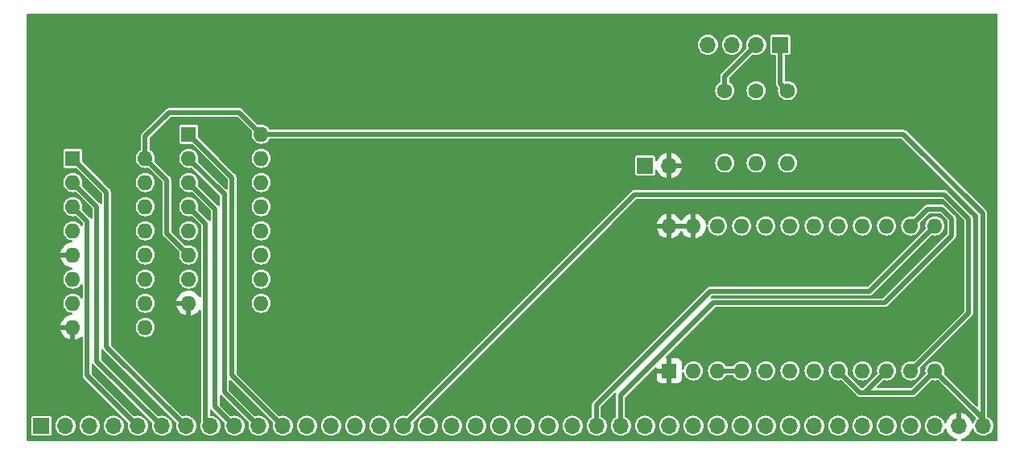
<source format=gtl>
%TF.GenerationSoftware,KiCad,Pcbnew,7.0.1*%
%TF.CreationDate,2024-02-11T14:49:15+00:00*%
%TF.ProjectId,Sys09UART,53797330-3955-4415-9254-2e6b69636164,rev?*%
%TF.SameCoordinates,Original*%
%TF.FileFunction,Copper,L1,Top*%
%TF.FilePolarity,Positive*%
%FSLAX46Y46*%
G04 Gerber Fmt 4.6, Leading zero omitted, Abs format (unit mm)*
G04 Created by KiCad (PCBNEW 7.0.1) date 2024-02-11 14:49:15*
%MOMM*%
%LPD*%
G01*
G04 APERTURE LIST*
%TA.AperFunction,ComponentPad*%
%ADD10R,1.600000X1.600000*%
%TD*%
%TA.AperFunction,ComponentPad*%
%ADD11O,1.600000X1.600000*%
%TD*%
%TA.AperFunction,ComponentPad*%
%ADD12C,1.600000*%
%TD*%
%TA.AperFunction,ComponentPad*%
%ADD13R,1.700000X1.700000*%
%TD*%
%TA.AperFunction,ComponentPad*%
%ADD14O,1.700000X1.700000*%
%TD*%
%TA.AperFunction,Conductor*%
%ADD15C,0.508000*%
%TD*%
G04 APERTURE END LIST*
D10*
%TO.P,U3,1,VSS*%
%TO.N,GND*%
X150363000Y-95509000D03*
D11*
%TO.P,U3,2,Rx_Data*%
%TO.N,Net-(U3-Rx_Data)*%
X152903000Y-95509000D03*
%TO.P,U3,3,Rx_CLK*%
%TO.N,Net-(J3-Pin_1)*%
X155443000Y-95509000D03*
%TO.P,U3,4,Tx_CLK*%
X157983000Y-95509000D03*
%TO.P,U3,5,~{RTS}*%
%TO.N,Net-(U3-~{RTS})*%
X160523000Y-95509000D03*
%TO.P,U3,6,Tx_Data*%
%TO.N,Net-(U3-Tx_Data)*%
X163063000Y-95509000D03*
%TO.P,U3,7,~{IRQ}*%
%TO.N,unconnected-(U3-~{IRQ}-Pad7)*%
X165603000Y-95509000D03*
%TO.P,U3,8,CS0*%
%TO.N,+5V*%
X168143000Y-95509000D03*
%TO.P,U3,9,CS2*%
%TO.N,/UART*%
X170683000Y-95509000D03*
%TO.P,U3,10,CS1*%
%TO.N,+5V*%
X173223000Y-95509000D03*
%TO.P,U3,11,RS*%
%TO.N,/A0*%
X175763000Y-95509000D03*
%TO.P,U3,12,VCC*%
%TO.N,+5V*%
X178303000Y-95509000D03*
%TO.P,U3,13,R/~{W}*%
%TO.N,/RW*%
X178303000Y-80269000D03*
%TO.P,U3,14,E*%
%TO.N,/E*%
X175763000Y-80269000D03*
%TO.P,U3,15,D7*%
%TO.N,/DA0*%
X173223000Y-80269000D03*
%TO.P,U3,16,D6*%
%TO.N,/DA1*%
X170683000Y-80269000D03*
%TO.P,U3,17,D5*%
%TO.N,/DA2*%
X168143000Y-80269000D03*
%TO.P,U3,18,D4*%
%TO.N,/DA3*%
X165603000Y-80269000D03*
%TO.P,U3,19,D3*%
%TO.N,/DA4*%
X163063000Y-80269000D03*
%TO.P,U3,20,D2*%
%TO.N,/DA5*%
X160523000Y-80269000D03*
%TO.P,U3,21,D1*%
%TO.N,/DA6*%
X157983000Y-80269000D03*
%TO.P,U3,22,D0*%
%TO.N,/DA7*%
X155443000Y-80269000D03*
%TO.P,U3,23,~{DCD}*%
%TO.N,GND*%
X152903000Y-80269000D03*
%TO.P,U3,24,~{CTS}*%
X150363000Y-80269000D03*
%TD*%
D10*
%TO.P,U1,1,A0*%
%TO.N,/A9*%
X87640000Y-73167000D03*
D11*
%TO.P,U1,2,A1*%
%TO.N,/A10*%
X87640000Y-75707000D03*
%TO.P,U1,3,A2*%
%TO.N,/A11*%
X87640000Y-78247000D03*
%TO.P,U1,4,E1*%
%TO.N,/~{IOEN}*%
X87640000Y-80787000D03*
%TO.P,U1,5,E2*%
%TO.N,GND*%
X87640000Y-83327000D03*
%TO.P,U1,6,E3*%
%TO.N,+5V*%
X87640000Y-85867000D03*
%TO.P,U1,7,O7*%
%TO.N,unconnected-(U1-O7-Pad7)*%
X87640000Y-88407000D03*
%TO.P,U1,8,GND*%
%TO.N,GND*%
X87640000Y-90947000D03*
%TO.P,U1,9,O6*%
%TO.N,unconnected-(U1-O6-Pad9)*%
X95260000Y-90947000D03*
%TO.P,U1,10,O5*%
%TO.N,unconnected-(U1-O5-Pad10)*%
X95260000Y-88407000D03*
%TO.P,U1,11,O4*%
%TO.N,unconnected-(U1-O4-Pad11)*%
X95260000Y-85867000D03*
%TO.P,U1,12,O3*%
%TO.N,unconnected-(U1-O3-Pad12)*%
X95260000Y-83327000D03*
%TO.P,U1,13,O2*%
%TO.N,unconnected-(U1-O2-Pad13)*%
X95260000Y-80787000D03*
%TO.P,U1,14,O1*%
%TO.N,unconnected-(U1-O1-Pad14)*%
X95260000Y-78247000D03*
%TO.P,U1,15,O0*%
%TO.N,Net-(U1-O0)*%
X95260000Y-75707000D03*
%TO.P,U1,16,VCC*%
%TO.N,+5V*%
X95260000Y-73167000D03*
%TD*%
D12*
%TO.P,R1,1*%
%TO.N,Net-(J2-Pin_1)*%
X162814000Y-66040000D03*
D11*
%TO.P,R1,2*%
%TO.N,Net-(U3-Tx_Data)*%
X162814000Y-73660000D03*
%TD*%
D12*
%TO.P,R3,1*%
%TO.N,Net-(J2-Pin_3)*%
X159512000Y-66040000D03*
D11*
%TO.P,R3,2*%
%TO.N,Net-(U3-~{RTS})*%
X159512000Y-73660000D03*
%TD*%
D13*
%TO.P,J1,1,Pin_1*%
%TO.N,/A15*%
X84328000Y-101294000D03*
D14*
%TO.P,J1,2,Pin_2*%
%TO.N,/A14*%
X86868000Y-101294000D03*
%TO.P,J1,3,Pin_3*%
%TO.N,/A13*%
X89408000Y-101294000D03*
%TO.P,J1,4,Pin_4*%
%TO.N,/A12*%
X91948000Y-101294000D03*
%TO.P,J1,5,Pin_5*%
%TO.N,/A11*%
X94488000Y-101294000D03*
%TO.P,J1,6,Pin_6*%
%TO.N,/A10*%
X97028000Y-101294000D03*
%TO.P,J1,7,Pin_7*%
%TO.N,/A9*%
X99568000Y-101294000D03*
%TO.P,J1,8,Pin_8*%
%TO.N,/A8*%
X102108000Y-101294000D03*
%TO.P,J1,9,Pin_9*%
%TO.N,/A7*%
X104648000Y-101294000D03*
%TO.P,J1,10,Pin_10*%
%TO.N,/A6*%
X107188000Y-101294000D03*
%TO.P,J1,11,Pin_11*%
%TO.N,/A5*%
X109728000Y-101294000D03*
%TO.P,J1,12,Pin_12*%
%TO.N,/A4*%
X112268000Y-101294000D03*
%TO.P,J1,13,Pin_13*%
%TO.N,/A3*%
X114808000Y-101294000D03*
%TO.P,J1,14,Pin_14*%
%TO.N,/A2*%
X117348000Y-101294000D03*
%TO.P,J1,15,Pin_15*%
%TO.N,/A1*%
X119888000Y-101294000D03*
%TO.P,J1,16,Pin_16*%
%TO.N,/A0*%
X122428000Y-101294000D03*
%TO.P,J1,17,Pin_17*%
%TO.N,unconnected-(J1-Pin_17-Pad17)*%
X124968000Y-101294000D03*
%TO.P,J1,18,Pin_18*%
%TO.N,unconnected-(J1-Pin_18-Pad18)*%
X127508000Y-101294000D03*
%TO.P,J1,19,Pin_19*%
%TO.N,/~{IRQ}*%
X130048000Y-101294000D03*
%TO.P,J1,20,Pin_20*%
%TO.N,/~{WMEM}*%
X132588000Y-101294000D03*
%TO.P,J1,21,Pin_21*%
%TO.N,/~{ROMEN}*%
X135128000Y-101294000D03*
%TO.P,J1,22,Pin_22*%
%TO.N,/~{RMEM}*%
X137668000Y-101294000D03*
%TO.P,J1,23,Pin_23*%
%TO.N,/~{IOEN}*%
X140208000Y-101294000D03*
%TO.P,J1,24,Pin_24*%
%TO.N,/RW*%
X142748000Y-101294000D03*
%TO.P,J1,25,Pin_25*%
%TO.N,/E*%
X145288000Y-101294000D03*
%TO.P,J1,26,Pin_26*%
%TO.N,/~{RST}*%
X147828000Y-101294000D03*
%TO.P,J1,27,Pin_27*%
%TO.N,unconnected-(J1-Pin_27-Pad27)*%
X150368000Y-101294000D03*
%TO.P,J1,28,Pin_28*%
%TO.N,unconnected-(J1-Pin_28-Pad28)*%
X152908000Y-101294000D03*
%TO.P,J1,29,Pin_29*%
%TO.N,/DA7*%
X155448000Y-101294000D03*
%TO.P,J1,30,Pin_30*%
%TO.N,/DA6*%
X157988000Y-101294000D03*
%TO.P,J1,31,Pin_31*%
%TO.N,/DA5*%
X160528000Y-101294000D03*
%TO.P,J1,32,Pin_32*%
%TO.N,/DA4*%
X163068000Y-101294000D03*
%TO.P,J1,33,Pin_33*%
%TO.N,/DA3*%
X165608000Y-101294000D03*
%TO.P,J1,34,Pin_34*%
%TO.N,/DA2*%
X168148000Y-101294000D03*
%TO.P,J1,35,Pin_35*%
%TO.N,/DA1*%
X170688000Y-101294000D03*
%TO.P,J1,36,Pin_36*%
%TO.N,/DA0*%
X173228000Y-101294000D03*
%TO.P,J1,37,Pin_37*%
%TO.N,unconnected-(J1-Pin_37-Pad37)*%
X175768000Y-101294000D03*
%TO.P,J1,38,Pin_38*%
%TO.N,unconnected-(J1-Pin_38-Pad38)*%
X178308000Y-101294000D03*
%TO.P,J1,39,Pin_39*%
%TO.N,GND*%
X180848000Y-101294000D03*
%TO.P,J1,40,Pin_40*%
%TO.N,+5V*%
X183388000Y-101294000D03*
%TD*%
D13*
%TO.P,J2,1,Pin_1*%
%TO.N,Net-(J2-Pin_1)*%
X162052000Y-61214000D03*
D14*
%TO.P,J2,2,Pin_2*%
%TO.N,Net-(J2-Pin_2)*%
X159512000Y-61214000D03*
%TO.P,J2,3,Pin_3*%
%TO.N,Net-(J2-Pin_3)*%
X156972000Y-61214000D03*
%TO.P,J2,4,Pin_4*%
%TO.N,unconnected-(J2-Pin_4-Pad4)*%
X154432000Y-61214000D03*
%TD*%
D13*
%TO.P,J3,1,Pin_1*%
%TO.N,Net-(J3-Pin_1)*%
X147823000Y-73914000D03*
D14*
%TO.P,J3,2,Pin_2*%
%TO.N,GND*%
X150363000Y-73914000D03*
%TD*%
D10*
%TO.P,U4,1,A0*%
%TO.N,/A5*%
X99832000Y-70627000D03*
D11*
%TO.P,U4,2,A1*%
%TO.N,/A6*%
X99832000Y-73167000D03*
%TO.P,U4,3,A2*%
%TO.N,/A7*%
X99832000Y-75707000D03*
%TO.P,U4,4,E1*%
%TO.N,/A8*%
X99832000Y-78247000D03*
%TO.P,U4,5,E2*%
%TO.N,Net-(U1-O0)*%
X99832000Y-80787000D03*
%TO.P,U4,6,E3*%
%TO.N,+5V*%
X99832000Y-83327000D03*
%TO.P,U4,7,O7*%
%TO.N,unconnected-(U4-O7-Pad7)*%
X99832000Y-85867000D03*
%TO.P,U4,8,GND*%
%TO.N,GND*%
X99832000Y-88407000D03*
%TO.P,U4,9,O6*%
%TO.N,unconnected-(U4-O6-Pad9)*%
X107452000Y-88407000D03*
%TO.P,U4,10,O5*%
%TO.N,unconnected-(U4-O5-Pad10)*%
X107452000Y-85867000D03*
%TO.P,U4,11,O4*%
%TO.N,unconnected-(U4-O4-Pad11)*%
X107452000Y-83327000D03*
%TO.P,U4,12,O3*%
%TO.N,unconnected-(U4-O3-Pad12)*%
X107452000Y-80787000D03*
%TO.P,U4,13,O2*%
%TO.N,unconnected-(U4-O2-Pad13)*%
X107452000Y-78247000D03*
%TO.P,U4,14,O1*%
%TO.N,unconnected-(U4-O1-Pad14)*%
X107452000Y-75707000D03*
%TO.P,U4,15,O0*%
%TO.N,/UART*%
X107452000Y-73167000D03*
%TO.P,U4,16,VCC*%
%TO.N,+5V*%
X107452000Y-70627000D03*
%TD*%
D12*
%TO.P,R2,1*%
%TO.N,Net-(J2-Pin_2)*%
X156210000Y-66040000D03*
D11*
%TO.P,R2,2*%
%TO.N,Net-(U3-Rx_Data)*%
X156210000Y-73660000D03*
%TD*%
D15*
%TO.N,/A11*%
X87640000Y-78247000D02*
X89154000Y-79761000D01*
X89154000Y-96000000D02*
X94448000Y-101294000D01*
X89154000Y-79761000D02*
X89154000Y-96000000D01*
%TO.N,/A10*%
X90170000Y-94488000D02*
X90170000Y-78237000D01*
X96988000Y-101294000D02*
X90182000Y-94488000D01*
X90182000Y-94488000D02*
X90170000Y-94488000D01*
X90170000Y-78237000D02*
X87640000Y-75707000D01*
%TO.N,/A9*%
X91198000Y-92964000D02*
X91186000Y-92964000D01*
X91186000Y-92964000D02*
X91186000Y-76713000D01*
X91186000Y-76713000D02*
X87640000Y-73167000D01*
X99528000Y-101294000D02*
X91198000Y-92964000D01*
%TO.N,/A8*%
X101600000Y-100826000D02*
X102068000Y-101294000D01*
X99832000Y-78247000D02*
X101600000Y-80015000D01*
X101600000Y-80015000D02*
X101600000Y-100826000D01*
%TO.N,/A7*%
X99832000Y-75707000D02*
X102616000Y-78491000D01*
X102616000Y-99302000D02*
X104608000Y-101294000D01*
X102616000Y-78491000D02*
X102616000Y-99302000D01*
%TO.N,/A6*%
X107148000Y-101294000D02*
X103578000Y-97724000D01*
X103578000Y-76913000D02*
X99832000Y-73167000D01*
X103578000Y-97724000D02*
X103578000Y-76913000D01*
%TO.N,/A5*%
X104394000Y-75189000D02*
X104394000Y-96000000D01*
X104394000Y-96000000D02*
X109688000Y-101294000D01*
X99832000Y-70627000D02*
X104394000Y-75189000D01*
%TO.N,/A0*%
X181864000Y-79502000D02*
X181864000Y-89408000D01*
X146720000Y-76962000D02*
X179324000Y-76962000D01*
X181864000Y-89408000D02*
X175763000Y-95509000D01*
X122388000Y-101294000D02*
X146720000Y-76962000D01*
X179324000Y-76962000D02*
X181864000Y-79502000D01*
%TO.N,/E*%
X145248000Y-98116000D02*
X155026000Y-88338000D01*
X180086000Y-81280000D02*
X180086000Y-79502000D01*
X155026000Y-88338000D02*
X173028000Y-88338000D01*
X177546000Y-78486000D02*
X175763000Y-80269000D01*
X179070000Y-78486000D02*
X177546000Y-78486000D01*
X180086000Y-79502000D02*
X179070000Y-78486000D01*
X145248000Y-101294000D02*
X145248000Y-98116000D01*
X173028000Y-88338000D02*
X180086000Y-81280000D01*
%TO.N,/RW*%
X178303000Y-80269000D02*
X171450000Y-87122000D01*
X154686000Y-87122000D02*
X142708000Y-99100000D01*
X142708000Y-99100000D02*
X142708000Y-101294000D01*
X171450000Y-87122000D02*
X154686000Y-87122000D01*
%TO.N,+5V*%
X97790000Y-68326000D02*
X95260000Y-70856000D01*
X176022000Y-97790000D02*
X178303000Y-95509000D01*
X107452000Y-70627000D02*
X105151000Y-68326000D01*
X178303000Y-95509000D02*
X183348000Y-100554000D01*
X168143000Y-95509000D02*
X170424000Y-97790000D01*
X170942000Y-97790000D02*
X176022000Y-97790000D01*
X105151000Y-68326000D02*
X97790000Y-68326000D01*
X97536000Y-81031000D02*
X99832000Y-83327000D01*
X170424000Y-97790000D02*
X170942000Y-97790000D01*
X95260000Y-73167000D02*
X97536000Y-75443000D01*
X173223000Y-95509000D02*
X170942000Y-97790000D01*
X183348000Y-78954000D02*
X175021000Y-70627000D01*
X175021000Y-70627000D02*
X107452000Y-70627000D01*
X95260000Y-70856000D02*
X95260000Y-73167000D01*
X183348000Y-100554000D02*
X183348000Y-101294000D01*
X183348000Y-101294000D02*
X183348000Y-78954000D01*
X97536000Y-75443000D02*
X97536000Y-81031000D01*
%TO.N,Net-(J2-Pin_1)*%
X162052000Y-61214000D02*
X162052000Y-65278000D01*
X162052000Y-65278000D02*
X162814000Y-66040000D01*
%TO.N,Net-(J2-Pin_2)*%
X156210000Y-66040000D02*
X156210000Y-64516000D01*
X156210000Y-64516000D02*
X159512000Y-61214000D01*
%TO.N,Net-(J3-Pin_1)*%
X155443000Y-95509000D02*
X157983000Y-95509000D01*
%TD*%
%TA.AperFunction,Conductor*%
%TO.N,GND*%
G36*
X184849000Y-57928881D02*
G01*
X184895119Y-57975000D01*
X184912000Y-58038000D01*
X184912000Y-102744000D01*
X184895119Y-102807000D01*
X184849000Y-102853119D01*
X184786000Y-102870000D01*
X181174717Y-102870000D01*
X181114748Y-102854814D01*
X181069234Y-102812916D01*
X181049147Y-102754405D01*
X181059329Y-102693387D01*
X181097326Y-102644568D01*
X181153978Y-102619719D01*
X181182508Y-102614957D01*
X181395368Y-102541883D01*
X181593302Y-102434766D01*
X181770903Y-102296533D01*
X181923321Y-102130962D01*
X182046419Y-101942548D01*
X182136820Y-101736455D01*
X182156473Y-101658847D01*
X182187971Y-101602261D01*
X182243414Y-101568795D01*
X182308158Y-101567289D01*
X182365098Y-101598141D01*
X182399192Y-101653201D01*
X182400905Y-101658847D01*
X182412768Y-101697954D01*
X182467839Y-101800984D01*
X182510314Y-101880449D01*
X182641589Y-102040410D01*
X182791877Y-102163747D01*
X182801550Y-102171685D01*
X182984046Y-102269232D01*
X183182066Y-102329300D01*
X183388000Y-102349583D01*
X183593934Y-102329300D01*
X183791954Y-102269232D01*
X183974450Y-102171685D01*
X184134410Y-102040410D01*
X184265685Y-101880450D01*
X184363232Y-101697954D01*
X184423300Y-101499934D01*
X184443583Y-101294000D01*
X184423300Y-101088066D01*
X184363232Y-100890046D01*
X184265685Y-100707550D01*
X184181055Y-100604427D01*
X184134410Y-100547589D01*
X183974449Y-100416314D01*
X183869104Y-100360006D01*
X183820426Y-100313661D01*
X183802500Y-100248884D01*
X183802500Y-78986607D01*
X183803292Y-78972500D01*
X183804939Y-78957883D01*
X183807313Y-78936814D01*
X183796597Y-78880179D01*
X183795807Y-78875534D01*
X183787214Y-78818521D01*
X183787211Y-78818516D01*
X183786290Y-78812401D01*
X183784729Y-78807656D01*
X183754897Y-78751213D01*
X183752798Y-78747057D01*
X183727767Y-78695079D01*
X183727765Y-78695077D01*
X183725085Y-78689511D01*
X183722188Y-78685428D01*
X183716020Y-78679260D01*
X183677050Y-78640290D01*
X183673808Y-78636925D01*
X183668983Y-78631725D01*
X183634577Y-78594644D01*
X183634574Y-78594642D01*
X183630379Y-78590121D01*
X183615338Y-78578578D01*
X175365434Y-70328673D01*
X175356018Y-70318137D01*
X175355893Y-70317980D01*
X175333631Y-70290064D01*
X175313179Y-70276120D01*
X175285983Y-70257577D01*
X175282143Y-70254852D01*
X175230812Y-70216969D01*
X175226317Y-70214700D01*
X175165341Y-70195892D01*
X175160863Y-70194419D01*
X175100639Y-70173345D01*
X175095663Y-70172500D01*
X175089505Y-70172500D01*
X175031868Y-70172500D01*
X175027157Y-70172412D01*
X174963371Y-70170025D01*
X174944574Y-70172500D01*
X108419041Y-70172500D01*
X108354264Y-70154574D01*
X108307919Y-70105896D01*
X108287910Y-70068461D01*
X108162883Y-69916116D01*
X108010537Y-69791089D01*
X107836725Y-69698185D01*
X107648132Y-69640975D01*
X107452000Y-69621658D01*
X107255866Y-69640975D01*
X107215245Y-69653297D01*
X107148055Y-69654946D01*
X107089577Y-69621817D01*
X105495434Y-68027673D01*
X105486018Y-68017137D01*
X105463631Y-67989064D01*
X105443179Y-67975120D01*
X105415983Y-67956577D01*
X105412143Y-67953852D01*
X105360812Y-67915969D01*
X105356317Y-67913700D01*
X105295341Y-67894892D01*
X105290863Y-67893419D01*
X105287262Y-67892159D01*
X105267301Y-67885174D01*
X105230639Y-67872345D01*
X105225663Y-67871500D01*
X105219505Y-67871500D01*
X105161868Y-67871500D01*
X105157157Y-67871412D01*
X105093371Y-67869025D01*
X105074574Y-67871500D01*
X97822607Y-67871500D01*
X97808499Y-67870708D01*
X97793563Y-67869025D01*
X97772814Y-67866687D01*
X97772813Y-67866687D01*
X97716144Y-67877408D01*
X97711503Y-67878196D01*
X97648423Y-67887704D01*
X97643647Y-67889276D01*
X97587210Y-67919103D01*
X97583007Y-67921224D01*
X97525530Y-67948904D01*
X97521415Y-67951823D01*
X97476301Y-67996937D01*
X97472911Y-68000202D01*
X97426123Y-68043616D01*
X97414581Y-68058657D01*
X94961676Y-70511561D01*
X94951143Y-70520975D01*
X94923063Y-70543368D01*
X94890584Y-70591006D01*
X94887861Y-70594843D01*
X94849975Y-70646180D01*
X94847697Y-70650691D01*
X94828889Y-70711667D01*
X94827416Y-70716142D01*
X94806346Y-70776355D01*
X94805500Y-70781339D01*
X94805500Y-70845132D01*
X94805412Y-70849843D01*
X94803025Y-70913628D01*
X94805500Y-70932426D01*
X94805500Y-72199959D01*
X94787574Y-72264736D01*
X94738896Y-72311081D01*
X94701461Y-72331089D01*
X94549116Y-72456116D01*
X94424089Y-72608462D01*
X94331185Y-72782274D01*
X94273975Y-72970867D01*
X94254658Y-73166999D01*
X94273975Y-73363132D01*
X94331185Y-73551725D01*
X94424089Y-73725537D01*
X94549116Y-73877883D01*
X94681767Y-73986747D01*
X94701462Y-74002910D01*
X94875273Y-74095814D01*
X94927154Y-74111552D01*
X95063867Y-74153024D01*
X95260000Y-74172341D01*
X95456132Y-74153024D01*
X95496751Y-74140701D01*
X95563940Y-74139052D01*
X95622421Y-74172181D01*
X97044595Y-75594355D01*
X97071909Y-75635232D01*
X97081500Y-75683450D01*
X97081500Y-80998391D01*
X97080708Y-81012498D01*
X97076686Y-81048187D01*
X97087400Y-81104809D01*
X97088189Y-81109451D01*
X97097704Y-81172576D01*
X97099276Y-81177352D01*
X97102158Y-81182806D01*
X97102159Y-81182807D01*
X97129105Y-81233792D01*
X97131216Y-81237975D01*
X97158909Y-81295480D01*
X97161815Y-81299575D01*
X97166179Y-81303939D01*
X97166180Y-81303940D01*
X97206948Y-81344708D01*
X97210191Y-81348074D01*
X97249423Y-81390356D01*
X97249425Y-81390357D01*
X97253624Y-81394882D01*
X97268661Y-81406421D01*
X98826817Y-82964577D01*
X98859946Y-83023055D01*
X98858297Y-83090245D01*
X98845975Y-83130866D01*
X98826658Y-83326999D01*
X98845975Y-83523132D01*
X98903185Y-83711725D01*
X98996089Y-83885537D01*
X99121116Y-84037883D01*
X99273462Y-84162910D01*
X99447273Y-84255814D01*
X99541570Y-84284419D01*
X99635867Y-84313024D01*
X99832000Y-84332341D01*
X100028132Y-84313024D01*
X100216727Y-84255814D01*
X100390538Y-84162910D01*
X100542883Y-84037883D01*
X100667910Y-83885538D01*
X100760814Y-83711727D01*
X100818024Y-83523132D01*
X100837341Y-83327000D01*
X100818529Y-83136000D01*
X100818024Y-83130867D01*
X100760814Y-82942274D01*
X100760814Y-82942273D01*
X100667910Y-82768462D01*
X100542883Y-82616116D01*
X100390537Y-82491089D01*
X100216725Y-82398185D01*
X100028132Y-82340975D01*
X99832000Y-82321658D01*
X99635866Y-82340975D01*
X99595245Y-82353297D01*
X99528055Y-82354946D01*
X99469577Y-82321817D01*
X98027405Y-80879644D01*
X98000091Y-80838767D01*
X97990500Y-80790549D01*
X97990500Y-80787000D01*
X98826658Y-80787000D01*
X98845975Y-80983132D01*
X98903185Y-81171725D01*
X98996089Y-81345537D01*
X99121116Y-81497883D01*
X99236566Y-81592630D01*
X99273462Y-81622910D01*
X99447273Y-81715814D01*
X99541570Y-81744418D01*
X99635867Y-81773024D01*
X99832000Y-81792341D01*
X100028132Y-81773024D01*
X100216727Y-81715814D01*
X100390538Y-81622910D01*
X100542883Y-81497883D01*
X100667910Y-81345538D01*
X100760814Y-81171727D01*
X100818024Y-80983132D01*
X100837341Y-80787000D01*
X100818024Y-80590868D01*
X100814126Y-80578019D01*
X100779882Y-80465132D01*
X100760814Y-80402273D01*
X100667910Y-80228462D01*
X100602500Y-80148760D01*
X100542883Y-80076116D01*
X100390537Y-79951089D01*
X100216725Y-79858185D01*
X100028132Y-79800975D01*
X99832000Y-79781658D01*
X99635867Y-79800975D01*
X99447274Y-79858185D01*
X99273462Y-79951089D01*
X99121116Y-80076116D01*
X98996089Y-80228462D01*
X98903185Y-80402274D01*
X98845975Y-80590867D01*
X98826658Y-80787000D01*
X97990500Y-80787000D01*
X97990500Y-75475608D01*
X97991292Y-75461501D01*
X97995313Y-75425814D01*
X97984588Y-75369136D01*
X97983805Y-75364525D01*
X97975214Y-75307521D01*
X97975212Y-75307518D01*
X97974293Y-75301415D01*
X97972727Y-75296655D01*
X97969841Y-75291195D01*
X97969841Y-75291193D01*
X97942892Y-75240203D01*
X97940786Y-75236031D01*
X97913086Y-75178512D01*
X97910191Y-75174431D01*
X97865062Y-75129301D01*
X97861795Y-75125910D01*
X97818380Y-75079121D01*
X97803337Y-75067577D01*
X96265181Y-73529421D01*
X96232052Y-73470940D01*
X96233701Y-73403751D01*
X96246024Y-73363132D01*
X96265341Y-73167000D01*
X96247492Y-72985769D01*
X96246024Y-72970867D01*
X96188814Y-72782274D01*
X96188814Y-72782273D01*
X96095910Y-72608462D01*
X96072231Y-72579609D01*
X95970883Y-72456116D01*
X95818538Y-72331089D01*
X95781104Y-72311081D01*
X95732426Y-72264736D01*
X95714500Y-72199959D01*
X95714500Y-71096450D01*
X95724091Y-71048232D01*
X95751405Y-71007355D01*
X97941355Y-68817405D01*
X97982232Y-68790091D01*
X98030450Y-68780500D01*
X104910550Y-68780500D01*
X104958768Y-68790091D01*
X104999645Y-68817405D01*
X106446817Y-70264577D01*
X106479946Y-70323055D01*
X106478297Y-70390245D01*
X106465975Y-70430866D01*
X106446658Y-70627000D01*
X106465975Y-70823132D01*
X106523185Y-71011725D01*
X106616089Y-71185537D01*
X106741116Y-71337883D01*
X106873767Y-71446747D01*
X106893462Y-71462910D01*
X107067273Y-71555814D01*
X107119154Y-71571552D01*
X107255867Y-71613024D01*
X107451999Y-71632341D01*
X107451999Y-71632340D01*
X107452000Y-71632341D01*
X107648132Y-71613024D01*
X107836727Y-71555814D01*
X108010538Y-71462910D01*
X108162883Y-71337883D01*
X108287910Y-71185538D01*
X108307919Y-71148103D01*
X108354264Y-71099426D01*
X108419041Y-71081500D01*
X174780550Y-71081500D01*
X174828768Y-71091091D01*
X174869645Y-71118405D01*
X182856595Y-79105355D01*
X182883909Y-79146232D01*
X182893500Y-79194450D01*
X182893500Y-99152550D01*
X182879767Y-99209753D01*
X182841561Y-99254486D01*
X182787211Y-99276999D01*
X182728564Y-99272383D01*
X182678405Y-99241645D01*
X179308181Y-95871421D01*
X179275052Y-95812940D01*
X179276701Y-95745751D01*
X179289024Y-95705132D01*
X179308341Y-95509000D01*
X179289024Y-95312868D01*
X179288425Y-95310895D01*
X179235407Y-95136117D01*
X179231814Y-95124273D01*
X179138910Y-94950462D01*
X179075299Y-94872952D01*
X179013883Y-94798116D01*
X178861537Y-94673089D01*
X178687725Y-94580185D01*
X178499132Y-94522975D01*
X178303000Y-94503658D01*
X178106867Y-94522975D01*
X177918274Y-94580185D01*
X177744462Y-94673089D01*
X177592116Y-94798116D01*
X177467089Y-94950462D01*
X177374185Y-95124274D01*
X177316975Y-95312867D01*
X177297658Y-95509000D01*
X177316975Y-95705130D01*
X177324699Y-95730593D01*
X177329296Y-95745747D01*
X177329297Y-95745748D01*
X177330947Y-95812940D01*
X177297818Y-95871420D01*
X175870644Y-97298595D01*
X175829767Y-97325909D01*
X175781549Y-97335500D01*
X172343451Y-97335500D01*
X172286248Y-97321767D01*
X172241515Y-97283561D01*
X172219002Y-97229211D01*
X172223618Y-97170564D01*
X172254355Y-97120405D01*
X172702855Y-96671904D01*
X172860579Y-96514179D01*
X172919059Y-96481052D01*
X172986248Y-96482701D01*
X173026868Y-96495024D01*
X173157622Y-96507902D01*
X173222999Y-96514341D01*
X173222999Y-96514340D01*
X173223000Y-96514341D01*
X173419132Y-96495024D01*
X173607727Y-96437814D01*
X173781538Y-96344910D01*
X173933883Y-96219883D01*
X174058910Y-96067538D01*
X174151814Y-95893727D01*
X174209024Y-95705132D01*
X174228341Y-95509000D01*
X174209024Y-95312868D01*
X174208425Y-95310895D01*
X174155407Y-95136117D01*
X174151814Y-95124273D01*
X174058910Y-94950462D01*
X173995299Y-94872952D01*
X173933883Y-94798116D01*
X173781537Y-94673089D01*
X173607725Y-94580185D01*
X173419132Y-94522975D01*
X173223000Y-94503658D01*
X173026867Y-94522975D01*
X172838274Y-94580185D01*
X172664462Y-94673089D01*
X172512116Y-94798116D01*
X172387089Y-94950462D01*
X172294185Y-95124274D01*
X172236975Y-95312867D01*
X172217658Y-95509000D01*
X172236975Y-95705130D01*
X172244699Y-95730593D01*
X172249296Y-95745747D01*
X172249297Y-95745748D01*
X172250947Y-95812940D01*
X172217818Y-95871420D01*
X170790644Y-97298595D01*
X170749767Y-97325909D01*
X170701549Y-97335500D01*
X170664450Y-97335500D01*
X170616232Y-97325909D01*
X170575355Y-97298595D01*
X169148181Y-95871421D01*
X169115052Y-95812940D01*
X169116701Y-95745751D01*
X169129024Y-95705132D01*
X169148341Y-95509000D01*
X169677658Y-95509000D01*
X169696975Y-95705132D01*
X169754185Y-95893725D01*
X169847089Y-96067537D01*
X169972116Y-96219883D01*
X170088466Y-96315369D01*
X170124462Y-96344910D01*
X170298273Y-96437814D01*
X170373978Y-96460779D01*
X170486867Y-96495024D01*
X170682999Y-96514341D01*
X170682999Y-96514340D01*
X170683000Y-96514341D01*
X170879132Y-96495024D01*
X171067727Y-96437814D01*
X171241538Y-96344910D01*
X171393883Y-96219883D01*
X171518910Y-96067538D01*
X171611814Y-95893727D01*
X171669024Y-95705132D01*
X171688341Y-95509000D01*
X171669024Y-95312868D01*
X171668425Y-95310895D01*
X171615407Y-95136117D01*
X171611814Y-95124273D01*
X171518910Y-94950462D01*
X171455299Y-94872952D01*
X171393883Y-94798116D01*
X171241537Y-94673089D01*
X171067725Y-94580185D01*
X170879132Y-94522975D01*
X170683000Y-94503658D01*
X170486867Y-94522975D01*
X170298274Y-94580185D01*
X170124462Y-94673089D01*
X169972116Y-94798116D01*
X169847089Y-94950462D01*
X169754185Y-95124274D01*
X169696975Y-95312867D01*
X169677658Y-95509000D01*
X169148341Y-95509000D01*
X169129024Y-95312868D01*
X169128425Y-95310895D01*
X169075407Y-95136117D01*
X169071814Y-95124273D01*
X168978910Y-94950462D01*
X168915299Y-94872952D01*
X168853883Y-94798116D01*
X168701537Y-94673089D01*
X168527725Y-94580185D01*
X168339132Y-94522975D01*
X168143000Y-94503658D01*
X167946867Y-94522975D01*
X167758274Y-94580185D01*
X167584462Y-94673089D01*
X167432116Y-94798116D01*
X167307089Y-94950462D01*
X167214185Y-95124274D01*
X167156975Y-95312867D01*
X167137658Y-95509000D01*
X167156975Y-95705132D01*
X167214185Y-95893725D01*
X167307089Y-96067537D01*
X167432116Y-96219883D01*
X167548466Y-96315369D01*
X167584462Y-96344910D01*
X167758273Y-96437814D01*
X167833978Y-96460779D01*
X167946867Y-96495024D01*
X168143000Y-96514341D01*
X168339132Y-96495024D01*
X168379751Y-96482701D01*
X168446940Y-96481052D01*
X168505421Y-96514181D01*
X170079556Y-98088316D01*
X170088972Y-98098851D01*
X170111369Y-98126936D01*
X170159021Y-98159424D01*
X170162841Y-98162134D01*
X170208459Y-98195802D01*
X170214196Y-98200036D01*
X170218674Y-98202296D01*
X170224569Y-98204114D01*
X170224572Y-98204116D01*
X170279683Y-98221114D01*
X170284110Y-98222571D01*
X170338549Y-98241621D01*
X170338552Y-98241621D01*
X170344379Y-98243660D01*
X170349320Y-98244500D01*
X170355495Y-98244500D01*
X170413132Y-98244500D01*
X170417842Y-98244587D01*
X170475462Y-98246744D01*
X170475464Y-98246743D01*
X170481627Y-98246974D01*
X170500425Y-98244500D01*
X170873495Y-98244500D01*
X170909392Y-98244500D01*
X170923497Y-98245291D01*
X170959186Y-98249313D01*
X170973012Y-98246696D01*
X170996437Y-98244500D01*
X175989392Y-98244500D01*
X176003497Y-98245291D01*
X176039186Y-98249313D01*
X176095871Y-98238586D01*
X176100451Y-98237808D01*
X176157479Y-98229214D01*
X176157480Y-98229213D01*
X176163594Y-98228292D01*
X176168336Y-98226732D01*
X176173805Y-98223841D01*
X176173807Y-98223841D01*
X176224791Y-98196893D01*
X176228955Y-98194791D01*
X176280921Y-98169767D01*
X176280924Y-98169763D01*
X176286497Y-98167080D01*
X176290564Y-98164195D01*
X176294937Y-98159821D01*
X176294940Y-98159820D01*
X176335720Y-98119038D01*
X176339058Y-98115822D01*
X176381356Y-98076577D01*
X176381357Y-98076573D01*
X176385883Y-98072375D01*
X176397421Y-98057337D01*
X177940579Y-96514179D01*
X177999057Y-96481052D01*
X178066248Y-96482701D01*
X178106868Y-96495024D01*
X178303000Y-96514341D01*
X178499132Y-96495024D01*
X178539751Y-96482701D01*
X178606940Y-96481052D01*
X178665421Y-96514181D01*
X182586639Y-100435399D01*
X182618118Y-100487918D01*
X182621123Y-100549075D01*
X182594944Y-100604427D01*
X182510314Y-100707550D01*
X182412767Y-100890047D01*
X182399192Y-100934799D01*
X182365098Y-100989858D01*
X182308158Y-101020710D01*
X182243414Y-101019204D01*
X182187971Y-100985738D01*
X182156473Y-100929153D01*
X182136819Y-100851542D01*
X182046419Y-100645451D01*
X181923321Y-100457037D01*
X181770903Y-100291466D01*
X181593302Y-100153233D01*
X181395368Y-100046116D01*
X181182514Y-99973044D01*
X181102000Y-99959609D01*
X181102000Y-101422000D01*
X181085119Y-101485000D01*
X181039000Y-101531119D01*
X180976000Y-101548000D01*
X180720000Y-101548000D01*
X180657000Y-101531119D01*
X180610881Y-101485000D01*
X180594000Y-101422000D01*
X180594000Y-99959609D01*
X180513485Y-99973044D01*
X180300631Y-100046116D01*
X180102697Y-100153233D01*
X179925096Y-100291466D01*
X179772678Y-100457037D01*
X179649580Y-100645451D01*
X179559178Y-100851547D01*
X179539525Y-100929154D01*
X179508027Y-100985739D01*
X179452583Y-101019205D01*
X179387839Y-101020710D01*
X179330900Y-100989857D01*
X179296807Y-100934799D01*
X179283232Y-100890046D01*
X179185685Y-100707550D01*
X179101055Y-100604427D01*
X179054410Y-100547589D01*
X178894449Y-100416314D01*
X178711956Y-100318769D01*
X178711955Y-100318768D01*
X178711954Y-100318768D01*
X178513934Y-100258700D01*
X178513931Y-100258699D01*
X178513929Y-100258699D01*
X178308000Y-100238416D01*
X178102070Y-100258699D01*
X178102067Y-100258699D01*
X178102066Y-100258700D01*
X177920882Y-100313661D01*
X177904043Y-100318769D01*
X177721550Y-100416314D01*
X177561589Y-100547589D01*
X177430314Y-100707550D01*
X177332769Y-100890043D01*
X177332769Y-100890044D01*
X177332768Y-100890046D01*
X177272701Y-101088065D01*
X177272699Y-101088070D01*
X177252416Y-101294000D01*
X177272699Y-101499929D01*
X177272699Y-101499931D01*
X177272700Y-101499934D01*
X177332767Y-101697951D01*
X177332769Y-101697956D01*
X177430314Y-101880449D01*
X177561589Y-102040410D01*
X177711877Y-102163747D01*
X177721550Y-102171685D01*
X177904046Y-102269232D01*
X178102066Y-102329300D01*
X178308000Y-102349583D01*
X178513934Y-102329300D01*
X178711954Y-102269232D01*
X178894450Y-102171685D01*
X179054410Y-102040410D01*
X179185685Y-101880450D01*
X179283232Y-101697954D01*
X179296807Y-101653200D01*
X179330899Y-101598142D01*
X179387839Y-101567289D01*
X179452583Y-101568794D01*
X179508027Y-101602260D01*
X179539525Y-101658845D01*
X179559178Y-101736452D01*
X179649580Y-101942548D01*
X179772678Y-102130962D01*
X179925096Y-102296533D01*
X180102697Y-102434766D01*
X180300631Y-102541883D01*
X180513491Y-102614957D01*
X180542022Y-102619719D01*
X180598674Y-102644568D01*
X180636671Y-102693387D01*
X180646853Y-102754405D01*
X180626766Y-102812916D01*
X180581252Y-102854814D01*
X180521283Y-102870000D01*
X82930000Y-102870000D01*
X82867000Y-102853119D01*
X82820881Y-102807000D01*
X82804000Y-102744000D01*
X82804000Y-102163747D01*
X83277500Y-102163747D01*
X83289133Y-102222231D01*
X83333447Y-102288552D01*
X83377762Y-102318162D01*
X83399769Y-102332867D01*
X83458252Y-102344500D01*
X85197747Y-102344500D01*
X85197748Y-102344500D01*
X85256231Y-102332867D01*
X85322552Y-102288552D01*
X85366867Y-102222231D01*
X85378500Y-102163748D01*
X85378500Y-101294000D01*
X85812416Y-101294000D01*
X85832699Y-101499929D01*
X85832699Y-101499931D01*
X85832700Y-101499934D01*
X85892767Y-101697951D01*
X85892769Y-101697956D01*
X85990314Y-101880449D01*
X86121589Y-102040410D01*
X86271877Y-102163747D01*
X86281550Y-102171685D01*
X86464046Y-102269232D01*
X86662066Y-102329300D01*
X86868000Y-102349583D01*
X87073934Y-102329300D01*
X87271954Y-102269232D01*
X87454450Y-102171685D01*
X87614410Y-102040410D01*
X87745685Y-101880450D01*
X87843232Y-101697954D01*
X87903300Y-101499934D01*
X87923583Y-101294000D01*
X88352416Y-101294000D01*
X88372699Y-101499929D01*
X88372699Y-101499931D01*
X88372700Y-101499934D01*
X88432767Y-101697951D01*
X88432769Y-101697956D01*
X88530314Y-101880449D01*
X88661589Y-102040410D01*
X88811877Y-102163747D01*
X88821550Y-102171685D01*
X89004046Y-102269232D01*
X89202066Y-102329300D01*
X89408000Y-102349583D01*
X89613934Y-102329300D01*
X89811954Y-102269232D01*
X89994450Y-102171685D01*
X90154410Y-102040410D01*
X90285685Y-101880450D01*
X90383232Y-101697954D01*
X90443300Y-101499934D01*
X90463583Y-101294000D01*
X90892416Y-101294000D01*
X90912699Y-101499929D01*
X90912699Y-101499931D01*
X90912700Y-101499934D01*
X90972767Y-101697951D01*
X90972769Y-101697956D01*
X91070314Y-101880449D01*
X91201589Y-102040410D01*
X91351877Y-102163747D01*
X91361550Y-102171685D01*
X91544046Y-102269232D01*
X91742066Y-102329300D01*
X91948000Y-102349583D01*
X92153934Y-102329300D01*
X92351954Y-102269232D01*
X92534450Y-102171685D01*
X92694410Y-102040410D01*
X92825685Y-101880450D01*
X92923232Y-101697954D01*
X92983300Y-101499934D01*
X93003583Y-101294000D01*
X92983300Y-101088066D01*
X92923232Y-100890046D01*
X92825685Y-100707550D01*
X92741055Y-100604427D01*
X92694410Y-100547589D01*
X92534449Y-100416314D01*
X92351956Y-100318769D01*
X92351955Y-100318768D01*
X92351954Y-100318768D01*
X92153934Y-100258700D01*
X92153931Y-100258699D01*
X92153929Y-100258699D01*
X91948000Y-100238416D01*
X91742070Y-100258699D01*
X91742067Y-100258699D01*
X91742066Y-100258700D01*
X91560882Y-100313661D01*
X91544043Y-100318769D01*
X91361550Y-100416314D01*
X91201589Y-100547589D01*
X91070314Y-100707550D01*
X90972769Y-100890043D01*
X90972769Y-100890044D01*
X90972768Y-100890046D01*
X90912701Y-101088065D01*
X90912699Y-101088070D01*
X90892416Y-101294000D01*
X90463583Y-101294000D01*
X90443300Y-101088066D01*
X90383232Y-100890046D01*
X90285685Y-100707550D01*
X90201055Y-100604427D01*
X90154410Y-100547589D01*
X89994449Y-100416314D01*
X89811956Y-100318769D01*
X89811955Y-100318768D01*
X89811954Y-100318768D01*
X89613934Y-100258700D01*
X89613931Y-100258699D01*
X89613929Y-100258699D01*
X89408000Y-100238416D01*
X89202070Y-100258699D01*
X89202067Y-100258699D01*
X89202066Y-100258700D01*
X89020882Y-100313661D01*
X89004043Y-100318769D01*
X88821550Y-100416314D01*
X88661589Y-100547589D01*
X88530314Y-100707550D01*
X88432769Y-100890043D01*
X88432769Y-100890044D01*
X88432768Y-100890046D01*
X88372701Y-101088065D01*
X88372699Y-101088070D01*
X88352416Y-101294000D01*
X87923583Y-101294000D01*
X87903300Y-101088066D01*
X87843232Y-100890046D01*
X87745685Y-100707550D01*
X87661055Y-100604427D01*
X87614410Y-100547589D01*
X87454449Y-100416314D01*
X87271956Y-100318769D01*
X87271955Y-100318768D01*
X87271954Y-100318768D01*
X87073934Y-100258700D01*
X87073931Y-100258699D01*
X87073929Y-100258699D01*
X86868000Y-100238416D01*
X86662070Y-100258699D01*
X86662067Y-100258699D01*
X86662066Y-100258700D01*
X86480882Y-100313661D01*
X86464043Y-100318769D01*
X86281550Y-100416314D01*
X86121589Y-100547589D01*
X85990314Y-100707550D01*
X85892769Y-100890043D01*
X85892769Y-100890044D01*
X85892768Y-100890046D01*
X85832701Y-101088065D01*
X85832699Y-101088070D01*
X85812416Y-101294000D01*
X85378500Y-101294000D01*
X85378500Y-100424252D01*
X85366867Y-100365769D01*
X85335462Y-100318769D01*
X85322552Y-100299447D01*
X85256231Y-100255133D01*
X85224815Y-100248884D01*
X85197748Y-100243500D01*
X83458252Y-100243500D01*
X83431185Y-100248884D01*
X83399768Y-100255133D01*
X83333447Y-100299447D01*
X83289133Y-100365768D01*
X83277500Y-100424253D01*
X83277500Y-102163747D01*
X82804000Y-102163747D01*
X82804000Y-91201000D01*
X86353918Y-91201000D01*
X86406186Y-91396070D01*
X86502912Y-91603498D01*
X86634189Y-91790981D01*
X86796018Y-91952810D01*
X86983501Y-92084087D01*
X87190929Y-92180813D01*
X87386000Y-92233082D01*
X87386000Y-91201000D01*
X86353918Y-91201000D01*
X82804000Y-91201000D01*
X82804000Y-90693000D01*
X86353917Y-90693000D01*
X87768000Y-90693000D01*
X87831000Y-90709881D01*
X87877119Y-90756000D01*
X87894000Y-90819000D01*
X87894000Y-92233082D01*
X88089070Y-92180813D01*
X88296498Y-92084087D01*
X88483981Y-91952810D01*
X88484405Y-91952387D01*
X88485856Y-91951497D01*
X88493008Y-91946490D01*
X88493314Y-91946927D01*
X88534564Y-91921649D01*
X88593211Y-91917033D01*
X88647561Y-91939546D01*
X88685767Y-91984279D01*
X88699500Y-92041482D01*
X88699500Y-95967391D01*
X88698708Y-95981498D01*
X88694686Y-96017187D01*
X88705400Y-96073809D01*
X88706189Y-96078451D01*
X88715704Y-96141576D01*
X88717276Y-96146352D01*
X88720158Y-96151806D01*
X88720159Y-96151807D01*
X88747105Y-96202792D01*
X88749216Y-96206975D01*
X88776909Y-96264480D01*
X88779815Y-96268575D01*
X88784179Y-96272939D01*
X88784180Y-96272940D01*
X88824948Y-96313708D01*
X88828191Y-96317074D01*
X88867423Y-96359356D01*
X88867425Y-96359357D01*
X88871624Y-96363882D01*
X88886661Y-96375421D01*
X93433419Y-100922179D01*
X93466548Y-100980657D01*
X93464899Y-101047848D01*
X93452699Y-101088066D01*
X93432416Y-101294000D01*
X93452699Y-101499929D01*
X93452699Y-101499931D01*
X93452700Y-101499934D01*
X93512767Y-101697951D01*
X93512769Y-101697956D01*
X93610314Y-101880449D01*
X93741589Y-102040410D01*
X93891877Y-102163747D01*
X93901550Y-102171685D01*
X94084046Y-102269232D01*
X94282066Y-102329300D01*
X94488000Y-102349583D01*
X94693934Y-102329300D01*
X94891954Y-102269232D01*
X95074450Y-102171685D01*
X95234410Y-102040410D01*
X95365685Y-101880450D01*
X95463232Y-101697954D01*
X95523300Y-101499934D01*
X95543583Y-101294000D01*
X95523300Y-101088066D01*
X95463232Y-100890046D01*
X95365685Y-100707550D01*
X95281055Y-100604427D01*
X95234410Y-100547589D01*
X95074449Y-100416314D01*
X94891956Y-100318769D01*
X94891955Y-100318768D01*
X94891954Y-100318768D01*
X94693934Y-100258700D01*
X94693931Y-100258699D01*
X94693929Y-100258699D01*
X94488000Y-100238416D01*
X94282066Y-100258699D01*
X94180467Y-100289518D01*
X94113277Y-100291167D01*
X94054798Y-100258038D01*
X91854093Y-98057333D01*
X89645405Y-95848644D01*
X89618091Y-95807767D01*
X89608500Y-95759549D01*
X89608500Y-94872952D01*
X89623545Y-94813245D01*
X89665087Y-94767796D01*
X89723205Y-94747459D01*
X89784021Y-94757091D01*
X89833010Y-94794392D01*
X89857365Y-94824933D01*
X89857368Y-94824935D01*
X89857369Y-94824936D01*
X89859931Y-94826683D01*
X89881319Y-94845088D01*
X89883423Y-94847356D01*
X89904959Y-94859789D01*
X89931053Y-94879813D01*
X95973419Y-100922179D01*
X96006548Y-100980657D01*
X96004899Y-101047848D01*
X95992699Y-101088066D01*
X95972416Y-101294000D01*
X95992699Y-101499929D01*
X95992699Y-101499931D01*
X95992700Y-101499934D01*
X96052767Y-101697951D01*
X96052769Y-101697956D01*
X96150314Y-101880449D01*
X96281589Y-102040410D01*
X96431877Y-102163747D01*
X96441550Y-102171685D01*
X96624046Y-102269232D01*
X96822066Y-102329300D01*
X97028000Y-102349583D01*
X97233934Y-102329300D01*
X97431954Y-102269232D01*
X97614450Y-102171685D01*
X97774410Y-102040410D01*
X97905685Y-101880450D01*
X98003232Y-101697954D01*
X98063300Y-101499934D01*
X98083583Y-101294000D01*
X98063300Y-101088066D01*
X98003232Y-100890046D01*
X97905685Y-100707550D01*
X97821055Y-100604427D01*
X97774410Y-100547589D01*
X97614449Y-100416314D01*
X97431956Y-100318769D01*
X97431955Y-100318768D01*
X97431954Y-100318768D01*
X97233934Y-100258700D01*
X97233931Y-100258699D01*
X97233929Y-100258699D01*
X97028000Y-100238416D01*
X96822066Y-100258699D01*
X96720467Y-100289518D01*
X96653277Y-100291167D01*
X96594798Y-100258038D01*
X93635355Y-97298595D01*
X90661405Y-94324644D01*
X90634091Y-94283767D01*
X90624500Y-94235549D01*
X90624500Y-93348952D01*
X90639545Y-93289245D01*
X90681087Y-93243796D01*
X90739205Y-93223459D01*
X90800021Y-93233091D01*
X90849010Y-93270392D01*
X90873365Y-93300933D01*
X90873368Y-93300935D01*
X90873369Y-93300936D01*
X90875931Y-93302683D01*
X90897319Y-93321088D01*
X90899423Y-93323356D01*
X90920959Y-93335789D01*
X90947053Y-93355813D01*
X98513419Y-100922180D01*
X98546548Y-100980659D01*
X98544899Y-101047850D01*
X98532699Y-101088068D01*
X98512416Y-101294000D01*
X98532699Y-101499929D01*
X98532699Y-101499931D01*
X98532700Y-101499934D01*
X98592767Y-101697951D01*
X98592769Y-101697956D01*
X98690314Y-101880449D01*
X98821589Y-102040410D01*
X98971877Y-102163747D01*
X98981550Y-102171685D01*
X99164046Y-102269232D01*
X99362066Y-102329300D01*
X99568000Y-102349583D01*
X99773934Y-102329300D01*
X99971954Y-102269232D01*
X100154450Y-102171685D01*
X100314410Y-102040410D01*
X100445685Y-101880450D01*
X100543232Y-101697954D01*
X100603300Y-101499934D01*
X100623583Y-101294000D01*
X100603300Y-101088066D01*
X100543232Y-100890046D01*
X100445685Y-100707550D01*
X100361055Y-100604427D01*
X100314410Y-100547589D01*
X100154449Y-100416314D01*
X99971956Y-100318769D01*
X99971955Y-100318768D01*
X99971954Y-100318768D01*
X99773934Y-100258700D01*
X99773931Y-100258699D01*
X99773929Y-100258699D01*
X99568000Y-100238416D01*
X99362066Y-100258699D01*
X99260467Y-100289518D01*
X99193277Y-100291167D01*
X99134798Y-100258038D01*
X91677405Y-92800644D01*
X91650091Y-92759767D01*
X91640500Y-92711549D01*
X91640500Y-90946999D01*
X94254658Y-90946999D01*
X94273975Y-91143132D01*
X94331185Y-91331725D01*
X94424089Y-91505537D01*
X94549116Y-91657883D01*
X94701462Y-91782910D01*
X94875273Y-91875814D01*
X94969570Y-91904419D01*
X95063867Y-91933024D01*
X95260000Y-91952341D01*
X95456132Y-91933024D01*
X95644727Y-91875814D01*
X95818538Y-91782910D01*
X95970883Y-91657883D01*
X96095910Y-91505538D01*
X96188814Y-91331727D01*
X96246024Y-91143132D01*
X96265341Y-90947000D01*
X96246529Y-90756000D01*
X96246024Y-90750867D01*
X96188814Y-90562274D01*
X96188814Y-90562273D01*
X96095910Y-90388462D01*
X96095909Y-90388461D01*
X95970883Y-90236116D01*
X95818537Y-90111089D01*
X95644725Y-90018185D01*
X95456132Y-89960975D01*
X95259999Y-89941658D01*
X95063867Y-89960975D01*
X94875274Y-90018185D01*
X94701462Y-90111089D01*
X94549116Y-90236116D01*
X94424089Y-90388462D01*
X94331185Y-90562274D01*
X94273975Y-90750867D01*
X94254658Y-90946999D01*
X91640500Y-90946999D01*
X91640500Y-88407000D01*
X94254658Y-88407000D01*
X94273975Y-88603132D01*
X94331185Y-88791725D01*
X94424089Y-88965537D01*
X94549116Y-89117883D01*
X94673229Y-89219740D01*
X94701462Y-89242910D01*
X94875273Y-89335814D01*
X94915979Y-89348162D01*
X95063867Y-89393024D01*
X95260000Y-89412341D01*
X95456132Y-89393024D01*
X95644727Y-89335814D01*
X95818538Y-89242910D01*
X95970883Y-89117883D01*
X96095910Y-88965538D01*
X96188814Y-88791727D01*
X96228470Y-88661000D01*
X98545918Y-88661000D01*
X98598186Y-88856070D01*
X98694912Y-89063498D01*
X98826189Y-89250981D01*
X98988018Y-89412810D01*
X99175501Y-89544087D01*
X99382929Y-89640813D01*
X99578000Y-89693082D01*
X99578000Y-88661000D01*
X98545918Y-88661000D01*
X96228470Y-88661000D01*
X96246024Y-88603132D01*
X96265341Y-88407000D01*
X96252734Y-88279000D01*
X96246024Y-88210867D01*
X96228470Y-88153000D01*
X98545917Y-88153000D01*
X99960000Y-88153000D01*
X100023000Y-88169881D01*
X100069119Y-88216000D01*
X100086000Y-88279000D01*
X100086000Y-89693082D01*
X100281070Y-89640813D01*
X100488498Y-89544087D01*
X100675981Y-89412810D01*
X100837810Y-89250981D01*
X100916287Y-89138906D01*
X100964265Y-89097929D01*
X101026095Y-89085350D01*
X101086270Y-89104323D01*
X101129702Y-89150091D01*
X101145500Y-89211177D01*
X101145500Y-100793392D01*
X101144708Y-100807499D01*
X101138561Y-100862058D01*
X101135419Y-100861704D01*
X101134125Y-100885572D01*
X101072699Y-101088068D01*
X101052416Y-101294000D01*
X101072699Y-101499929D01*
X101072699Y-101499931D01*
X101072700Y-101499934D01*
X101132767Y-101697951D01*
X101132769Y-101697956D01*
X101230314Y-101880449D01*
X101361589Y-102040410D01*
X101511877Y-102163747D01*
X101521550Y-102171685D01*
X101704046Y-102269232D01*
X101902066Y-102329300D01*
X102108000Y-102349583D01*
X102313934Y-102329300D01*
X102511954Y-102269232D01*
X102694450Y-102171685D01*
X102854410Y-102040410D01*
X102985685Y-101880450D01*
X103083232Y-101697954D01*
X103143300Y-101499934D01*
X103163583Y-101294000D01*
X103143300Y-101088066D01*
X103083232Y-100890046D01*
X102985685Y-100707550D01*
X102901055Y-100604427D01*
X102854410Y-100547589D01*
X102694449Y-100416314D01*
X102511956Y-100318769D01*
X102511955Y-100318768D01*
X102511954Y-100318768D01*
X102313934Y-100258700D01*
X102313931Y-100258699D01*
X102313929Y-100258699D01*
X102168150Y-100244341D01*
X102110498Y-100223713D01*
X102069378Y-100178344D01*
X102054500Y-100118948D01*
X102054500Y-99687450D01*
X102068233Y-99630247D01*
X102106439Y-99585514D01*
X102160789Y-99563001D01*
X102219436Y-99567617D01*
X102269595Y-99598355D01*
X102286922Y-99615682D01*
X102290191Y-99619074D01*
X102329423Y-99661356D01*
X102329425Y-99661357D01*
X102333624Y-99665882D01*
X102348661Y-99677421D01*
X103593419Y-100922179D01*
X103626548Y-100980657D01*
X103624899Y-101047848D01*
X103612699Y-101088066D01*
X103592416Y-101294000D01*
X103612699Y-101499929D01*
X103612699Y-101499931D01*
X103612700Y-101499934D01*
X103672767Y-101697951D01*
X103672769Y-101697956D01*
X103770314Y-101880449D01*
X103901589Y-102040410D01*
X104051877Y-102163747D01*
X104061550Y-102171685D01*
X104244046Y-102269232D01*
X104442066Y-102329300D01*
X104648000Y-102349583D01*
X104853934Y-102329300D01*
X105051954Y-102269232D01*
X105234450Y-102171685D01*
X105394410Y-102040410D01*
X105525685Y-101880450D01*
X105623232Y-101697954D01*
X105683300Y-101499934D01*
X105703583Y-101294000D01*
X105683300Y-101088066D01*
X105623232Y-100890046D01*
X105525685Y-100707550D01*
X105441055Y-100604427D01*
X105394410Y-100547589D01*
X105234449Y-100416314D01*
X105051956Y-100318769D01*
X105051955Y-100318768D01*
X105051954Y-100318768D01*
X104853934Y-100258700D01*
X104853931Y-100258699D01*
X104853929Y-100258699D01*
X104648000Y-100238416D01*
X104442068Y-100258699D01*
X104340469Y-100289518D01*
X104273278Y-100291167D01*
X104214799Y-100258038D01*
X103107405Y-99150644D01*
X103080091Y-99109767D01*
X103070500Y-99061549D01*
X103070500Y-98166300D01*
X103084664Y-98108259D01*
X103123972Y-98063268D01*
X103179586Y-98041440D01*
X103239003Y-98047685D01*
X103288864Y-98080598D01*
X103295621Y-98087880D01*
X103310661Y-98099421D01*
X106133419Y-100922179D01*
X106166548Y-100980657D01*
X106164899Y-101047848D01*
X106152699Y-101088066D01*
X106132416Y-101294000D01*
X106152699Y-101499929D01*
X106152699Y-101499931D01*
X106152700Y-101499934D01*
X106212767Y-101697951D01*
X106212769Y-101697956D01*
X106310314Y-101880449D01*
X106441589Y-102040410D01*
X106591877Y-102163747D01*
X106601550Y-102171685D01*
X106784046Y-102269232D01*
X106982066Y-102329300D01*
X107188000Y-102349583D01*
X107393934Y-102329300D01*
X107591954Y-102269232D01*
X107774450Y-102171685D01*
X107934410Y-102040410D01*
X108065685Y-101880450D01*
X108163232Y-101697954D01*
X108223300Y-101499934D01*
X108243583Y-101294000D01*
X108223300Y-101088066D01*
X108163232Y-100890046D01*
X108065685Y-100707550D01*
X107981055Y-100604427D01*
X107934410Y-100547589D01*
X107774449Y-100416314D01*
X107591956Y-100318769D01*
X107591955Y-100318768D01*
X107591954Y-100318768D01*
X107393934Y-100258700D01*
X107393931Y-100258699D01*
X107393929Y-100258699D01*
X107188000Y-100238416D01*
X106982066Y-100258699D01*
X106880467Y-100289518D01*
X106813277Y-100291167D01*
X106754798Y-100258038D01*
X104069405Y-97572644D01*
X104042091Y-97531767D01*
X104032500Y-97483549D01*
X104032500Y-96585450D01*
X104046233Y-96528247D01*
X104084439Y-96483514D01*
X104138789Y-96461001D01*
X104197436Y-96465617D01*
X104247595Y-96496355D01*
X108673419Y-100922179D01*
X108706548Y-100980657D01*
X108704899Y-101047848D01*
X108692699Y-101088066D01*
X108672416Y-101294000D01*
X108692699Y-101499929D01*
X108692699Y-101499931D01*
X108692700Y-101499934D01*
X108752767Y-101697951D01*
X108752769Y-101697956D01*
X108850314Y-101880449D01*
X108981589Y-102040410D01*
X109131877Y-102163747D01*
X109141550Y-102171685D01*
X109324046Y-102269232D01*
X109522066Y-102329300D01*
X109728000Y-102349583D01*
X109933934Y-102329300D01*
X110131954Y-102269232D01*
X110314450Y-102171685D01*
X110474410Y-102040410D01*
X110605685Y-101880450D01*
X110703232Y-101697954D01*
X110763300Y-101499934D01*
X110783583Y-101294000D01*
X111212416Y-101294000D01*
X111232699Y-101499929D01*
X111232699Y-101499931D01*
X111232700Y-101499934D01*
X111292767Y-101697951D01*
X111292769Y-101697956D01*
X111390314Y-101880449D01*
X111521589Y-102040410D01*
X111671877Y-102163747D01*
X111681550Y-102171685D01*
X111864046Y-102269232D01*
X112062066Y-102329300D01*
X112268000Y-102349583D01*
X112473934Y-102329300D01*
X112671954Y-102269232D01*
X112854450Y-102171685D01*
X113014410Y-102040410D01*
X113145685Y-101880450D01*
X113243232Y-101697954D01*
X113303300Y-101499934D01*
X113323583Y-101294000D01*
X113752416Y-101294000D01*
X113772699Y-101499929D01*
X113772699Y-101499931D01*
X113772700Y-101499934D01*
X113832767Y-101697951D01*
X113832769Y-101697956D01*
X113930314Y-101880449D01*
X114061589Y-102040410D01*
X114211877Y-102163747D01*
X114221550Y-102171685D01*
X114404046Y-102269232D01*
X114602066Y-102329300D01*
X114808000Y-102349583D01*
X115013934Y-102329300D01*
X115211954Y-102269232D01*
X115394450Y-102171685D01*
X115554410Y-102040410D01*
X115685685Y-101880450D01*
X115783232Y-101697954D01*
X115843300Y-101499934D01*
X115863583Y-101294000D01*
X116292416Y-101294000D01*
X116312699Y-101499929D01*
X116312699Y-101499931D01*
X116312700Y-101499934D01*
X116372767Y-101697951D01*
X116372769Y-101697956D01*
X116470314Y-101880449D01*
X116601589Y-102040410D01*
X116751877Y-102163747D01*
X116761550Y-102171685D01*
X116944046Y-102269232D01*
X117142066Y-102329300D01*
X117348000Y-102349583D01*
X117553934Y-102329300D01*
X117751954Y-102269232D01*
X117934450Y-102171685D01*
X118094410Y-102040410D01*
X118225685Y-101880450D01*
X118323232Y-101697954D01*
X118383300Y-101499934D01*
X118403583Y-101294000D01*
X118832416Y-101294000D01*
X118852699Y-101499929D01*
X118852699Y-101499931D01*
X118852700Y-101499934D01*
X118912767Y-101697951D01*
X118912769Y-101697956D01*
X119010314Y-101880449D01*
X119141589Y-102040410D01*
X119291877Y-102163747D01*
X119301550Y-102171685D01*
X119484046Y-102269232D01*
X119682066Y-102329300D01*
X119888000Y-102349583D01*
X120093934Y-102329300D01*
X120291954Y-102269232D01*
X120474450Y-102171685D01*
X120634410Y-102040410D01*
X120765685Y-101880450D01*
X120863232Y-101697954D01*
X120923300Y-101499934D01*
X120943583Y-101294000D01*
X121372416Y-101294000D01*
X121392699Y-101499929D01*
X121392699Y-101499931D01*
X121392700Y-101499934D01*
X121452767Y-101697951D01*
X121452769Y-101697956D01*
X121550314Y-101880449D01*
X121681589Y-102040410D01*
X121831877Y-102163747D01*
X121841550Y-102171685D01*
X122024046Y-102269232D01*
X122222066Y-102329300D01*
X122428000Y-102349583D01*
X122633934Y-102329300D01*
X122831954Y-102269232D01*
X123014450Y-102171685D01*
X123174410Y-102040410D01*
X123305685Y-101880450D01*
X123403232Y-101697954D01*
X123463300Y-101499934D01*
X123483583Y-101294000D01*
X123912416Y-101294000D01*
X123932699Y-101499929D01*
X123932699Y-101499931D01*
X123932700Y-101499934D01*
X123992767Y-101697951D01*
X123992769Y-101697956D01*
X124090314Y-101880449D01*
X124221589Y-102040410D01*
X124371877Y-102163747D01*
X124381550Y-102171685D01*
X124564046Y-102269232D01*
X124762066Y-102329300D01*
X124968000Y-102349583D01*
X125173934Y-102329300D01*
X125371954Y-102269232D01*
X125554450Y-102171685D01*
X125714410Y-102040410D01*
X125845685Y-101880450D01*
X125943232Y-101697954D01*
X126003300Y-101499934D01*
X126023583Y-101294000D01*
X126452416Y-101294000D01*
X126472699Y-101499929D01*
X126472699Y-101499931D01*
X126472700Y-101499934D01*
X126532767Y-101697951D01*
X126532769Y-101697956D01*
X126630314Y-101880449D01*
X126761589Y-102040410D01*
X126911877Y-102163747D01*
X126921550Y-102171685D01*
X127104046Y-102269232D01*
X127302066Y-102329300D01*
X127508000Y-102349583D01*
X127713934Y-102329300D01*
X127911954Y-102269232D01*
X128094450Y-102171685D01*
X128254410Y-102040410D01*
X128385685Y-101880450D01*
X128483232Y-101697954D01*
X128543300Y-101499934D01*
X128563583Y-101294000D01*
X128992416Y-101294000D01*
X129012699Y-101499929D01*
X129012699Y-101499931D01*
X129012700Y-101499934D01*
X129072767Y-101697951D01*
X129072769Y-101697956D01*
X129170314Y-101880449D01*
X129301589Y-102040410D01*
X129451877Y-102163747D01*
X129461550Y-102171685D01*
X129644046Y-102269232D01*
X129842066Y-102329300D01*
X130048000Y-102349583D01*
X130253934Y-102329300D01*
X130451954Y-102269232D01*
X130634450Y-102171685D01*
X130794410Y-102040410D01*
X130925685Y-101880450D01*
X131023232Y-101697954D01*
X131083300Y-101499934D01*
X131103583Y-101294000D01*
X131532416Y-101294000D01*
X131552699Y-101499929D01*
X131552699Y-101499931D01*
X131552700Y-101499934D01*
X131612767Y-101697951D01*
X131612769Y-101697956D01*
X131710314Y-101880449D01*
X131841589Y-102040410D01*
X131991877Y-102163747D01*
X132001550Y-102171685D01*
X132184046Y-102269232D01*
X132382066Y-102329300D01*
X132588000Y-102349583D01*
X132793934Y-102329300D01*
X132991954Y-102269232D01*
X133174450Y-102171685D01*
X133334410Y-102040410D01*
X133465685Y-101880450D01*
X133563232Y-101697954D01*
X133623300Y-101499934D01*
X133643583Y-101294000D01*
X134072416Y-101294000D01*
X134092699Y-101499929D01*
X134092699Y-101499931D01*
X134092700Y-101499934D01*
X134152767Y-101697951D01*
X134152769Y-101697956D01*
X134250314Y-101880449D01*
X134381589Y-102040410D01*
X134531877Y-102163747D01*
X134541550Y-102171685D01*
X134724046Y-102269232D01*
X134922066Y-102329300D01*
X135128000Y-102349583D01*
X135333934Y-102329300D01*
X135531954Y-102269232D01*
X135714450Y-102171685D01*
X135874410Y-102040410D01*
X136005685Y-101880450D01*
X136103232Y-101697954D01*
X136163300Y-101499934D01*
X136183583Y-101294000D01*
X136612416Y-101294000D01*
X136632699Y-101499929D01*
X136632699Y-101499931D01*
X136632700Y-101499934D01*
X136692767Y-101697951D01*
X136692769Y-101697956D01*
X136790314Y-101880449D01*
X136921589Y-102040410D01*
X137071877Y-102163747D01*
X137081550Y-102171685D01*
X137264046Y-102269232D01*
X137462066Y-102329300D01*
X137668000Y-102349583D01*
X137873934Y-102329300D01*
X138071954Y-102269232D01*
X138254450Y-102171685D01*
X138414410Y-102040410D01*
X138545685Y-101880450D01*
X138643232Y-101697954D01*
X138703300Y-101499934D01*
X138723583Y-101294000D01*
X139152416Y-101294000D01*
X139172699Y-101499929D01*
X139172699Y-101499931D01*
X139172700Y-101499934D01*
X139232767Y-101697951D01*
X139232769Y-101697956D01*
X139330314Y-101880449D01*
X139461589Y-102040410D01*
X139611877Y-102163747D01*
X139621550Y-102171685D01*
X139804046Y-102269232D01*
X140002066Y-102329300D01*
X140208000Y-102349583D01*
X140413934Y-102329300D01*
X140611954Y-102269232D01*
X140794450Y-102171685D01*
X140954410Y-102040410D01*
X141085685Y-101880450D01*
X141183232Y-101697954D01*
X141243300Y-101499934D01*
X141263583Y-101294000D01*
X141692416Y-101294000D01*
X141712699Y-101499929D01*
X141712699Y-101499931D01*
X141712700Y-101499934D01*
X141772767Y-101697951D01*
X141772769Y-101697956D01*
X141870314Y-101880449D01*
X142001589Y-102040410D01*
X142151877Y-102163747D01*
X142161550Y-102171685D01*
X142344046Y-102269232D01*
X142542066Y-102329300D01*
X142748000Y-102349583D01*
X142953934Y-102329300D01*
X143151954Y-102269232D01*
X143334450Y-102171685D01*
X143494410Y-102040410D01*
X143625685Y-101880450D01*
X143723232Y-101697954D01*
X143783300Y-101499934D01*
X143803583Y-101294000D01*
X143783300Y-101088066D01*
X143723232Y-100890046D01*
X143625685Y-100707550D01*
X143541055Y-100604427D01*
X143494410Y-100547589D01*
X143334449Y-100416314D01*
X143229104Y-100360006D01*
X143180426Y-100313661D01*
X143162500Y-100248884D01*
X143162500Y-99340450D01*
X143172091Y-99292232D01*
X143199405Y-99251355D01*
X143695199Y-98755561D01*
X144608315Y-97842444D01*
X144665708Y-97809594D01*
X144731835Y-97810336D01*
X144788479Y-97844466D01*
X144820035Y-97902584D01*
X144817811Y-97968678D01*
X144816890Y-97971664D01*
X144815416Y-97976142D01*
X144794346Y-98036355D01*
X144793500Y-98041339D01*
X144793500Y-98105132D01*
X144793412Y-98109843D01*
X144791025Y-98173628D01*
X144793500Y-98192426D01*
X144793500Y-100291645D01*
X144775574Y-100356422D01*
X144726896Y-100402767D01*
X144701550Y-100416314D01*
X144541589Y-100547589D01*
X144410314Y-100707550D01*
X144312769Y-100890043D01*
X144312769Y-100890044D01*
X144312768Y-100890046D01*
X144252701Y-101088065D01*
X144252699Y-101088070D01*
X144232416Y-101294000D01*
X144252699Y-101499929D01*
X144252699Y-101499931D01*
X144252700Y-101499934D01*
X144312767Y-101697951D01*
X144312769Y-101697956D01*
X144410314Y-101880449D01*
X144541589Y-102040410D01*
X144691877Y-102163747D01*
X144701550Y-102171685D01*
X144884046Y-102269232D01*
X145082066Y-102329300D01*
X145288000Y-102349583D01*
X145493934Y-102329300D01*
X145691954Y-102269232D01*
X145874450Y-102171685D01*
X146034410Y-102040410D01*
X146165685Y-101880450D01*
X146263232Y-101697954D01*
X146323300Y-101499934D01*
X146343583Y-101294000D01*
X146772416Y-101294000D01*
X146792699Y-101499929D01*
X146792699Y-101499931D01*
X146792700Y-101499934D01*
X146852767Y-101697951D01*
X146852769Y-101697956D01*
X146950314Y-101880449D01*
X147081589Y-102040410D01*
X147231877Y-102163747D01*
X147241550Y-102171685D01*
X147424046Y-102269232D01*
X147622066Y-102329300D01*
X147828000Y-102349583D01*
X148033934Y-102329300D01*
X148231954Y-102269232D01*
X148414450Y-102171685D01*
X148574410Y-102040410D01*
X148705685Y-101880450D01*
X148803232Y-101697954D01*
X148863300Y-101499934D01*
X148883583Y-101294000D01*
X149312416Y-101294000D01*
X149332699Y-101499929D01*
X149332699Y-101499931D01*
X149332700Y-101499934D01*
X149392767Y-101697951D01*
X149392769Y-101697956D01*
X149490314Y-101880449D01*
X149621589Y-102040410D01*
X149771877Y-102163747D01*
X149781550Y-102171685D01*
X149964046Y-102269232D01*
X150162066Y-102329300D01*
X150368000Y-102349583D01*
X150573934Y-102329300D01*
X150771954Y-102269232D01*
X150954450Y-102171685D01*
X151114410Y-102040410D01*
X151245685Y-101880450D01*
X151343232Y-101697954D01*
X151403300Y-101499934D01*
X151423583Y-101294000D01*
X151852416Y-101294000D01*
X151872699Y-101499929D01*
X151872699Y-101499931D01*
X151872700Y-101499934D01*
X151932767Y-101697951D01*
X151932769Y-101697956D01*
X152030314Y-101880449D01*
X152161589Y-102040410D01*
X152311877Y-102163747D01*
X152321550Y-102171685D01*
X152504046Y-102269232D01*
X152702066Y-102329300D01*
X152908000Y-102349583D01*
X153113934Y-102329300D01*
X153311954Y-102269232D01*
X153494450Y-102171685D01*
X153654410Y-102040410D01*
X153785685Y-101880450D01*
X153883232Y-101697954D01*
X153943300Y-101499934D01*
X153963583Y-101294000D01*
X154392416Y-101294000D01*
X154412699Y-101499929D01*
X154412699Y-101499931D01*
X154412700Y-101499934D01*
X154472767Y-101697951D01*
X154472769Y-101697956D01*
X154570314Y-101880449D01*
X154701589Y-102040410D01*
X154851877Y-102163747D01*
X154861550Y-102171685D01*
X155044046Y-102269232D01*
X155242066Y-102329300D01*
X155448000Y-102349583D01*
X155653934Y-102329300D01*
X155851954Y-102269232D01*
X156034450Y-102171685D01*
X156194410Y-102040410D01*
X156325685Y-101880450D01*
X156423232Y-101697954D01*
X156483300Y-101499934D01*
X156503583Y-101294000D01*
X156932416Y-101294000D01*
X156952699Y-101499929D01*
X156952699Y-101499931D01*
X156952700Y-101499934D01*
X157012767Y-101697951D01*
X157012769Y-101697956D01*
X157110314Y-101880449D01*
X157241589Y-102040410D01*
X157391877Y-102163747D01*
X157401550Y-102171685D01*
X157584046Y-102269232D01*
X157782066Y-102329300D01*
X157988000Y-102349583D01*
X158193934Y-102329300D01*
X158391954Y-102269232D01*
X158574450Y-102171685D01*
X158734410Y-102040410D01*
X158865685Y-101880450D01*
X158963232Y-101697954D01*
X159023300Y-101499934D01*
X159043583Y-101294000D01*
X159472416Y-101294000D01*
X159492699Y-101499929D01*
X159492699Y-101499931D01*
X159492700Y-101499934D01*
X159552767Y-101697951D01*
X159552769Y-101697956D01*
X159650314Y-101880449D01*
X159781589Y-102040410D01*
X159931877Y-102163747D01*
X159941550Y-102171685D01*
X160124046Y-102269232D01*
X160322066Y-102329300D01*
X160528000Y-102349583D01*
X160733934Y-102329300D01*
X160931954Y-102269232D01*
X161114450Y-102171685D01*
X161274410Y-102040410D01*
X161405685Y-101880450D01*
X161503232Y-101697954D01*
X161563300Y-101499934D01*
X161583583Y-101294000D01*
X162012416Y-101294000D01*
X162032699Y-101499929D01*
X162032699Y-101499931D01*
X162032700Y-101499934D01*
X162092767Y-101697951D01*
X162092769Y-101697956D01*
X162190314Y-101880449D01*
X162321589Y-102040410D01*
X162471877Y-102163747D01*
X162481550Y-102171685D01*
X162664046Y-102269232D01*
X162862066Y-102329300D01*
X163068000Y-102349583D01*
X163273934Y-102329300D01*
X163471954Y-102269232D01*
X163654450Y-102171685D01*
X163814410Y-102040410D01*
X163945685Y-101880450D01*
X164043232Y-101697954D01*
X164103300Y-101499934D01*
X164123583Y-101294000D01*
X164552416Y-101294000D01*
X164572699Y-101499929D01*
X164572699Y-101499931D01*
X164572700Y-101499934D01*
X164632767Y-101697951D01*
X164632769Y-101697956D01*
X164730314Y-101880449D01*
X164861589Y-102040410D01*
X165011877Y-102163747D01*
X165021550Y-102171685D01*
X165204046Y-102269232D01*
X165402066Y-102329300D01*
X165608000Y-102349583D01*
X165813934Y-102329300D01*
X166011954Y-102269232D01*
X166194450Y-102171685D01*
X166354410Y-102040410D01*
X166485685Y-101880450D01*
X166583232Y-101697954D01*
X166643300Y-101499934D01*
X166663583Y-101294000D01*
X167092416Y-101294000D01*
X167112699Y-101499929D01*
X167112699Y-101499931D01*
X167112700Y-101499934D01*
X167172767Y-101697951D01*
X167172769Y-101697956D01*
X167270314Y-101880449D01*
X167401589Y-102040410D01*
X167551877Y-102163747D01*
X167561550Y-102171685D01*
X167744046Y-102269232D01*
X167942066Y-102329300D01*
X168148000Y-102349583D01*
X168353934Y-102329300D01*
X168551954Y-102269232D01*
X168734450Y-102171685D01*
X168894410Y-102040410D01*
X169025685Y-101880450D01*
X169123232Y-101697954D01*
X169183300Y-101499934D01*
X169203583Y-101294000D01*
X169632416Y-101294000D01*
X169652699Y-101499929D01*
X169652699Y-101499931D01*
X169652700Y-101499934D01*
X169712767Y-101697951D01*
X169712769Y-101697956D01*
X169810314Y-101880449D01*
X169941589Y-102040410D01*
X170091877Y-102163747D01*
X170101550Y-102171685D01*
X170284046Y-102269232D01*
X170482066Y-102329300D01*
X170688000Y-102349583D01*
X170893934Y-102329300D01*
X171091954Y-102269232D01*
X171274450Y-102171685D01*
X171434410Y-102040410D01*
X171565685Y-101880450D01*
X171663232Y-101697954D01*
X171723300Y-101499934D01*
X171743583Y-101294000D01*
X172172416Y-101294000D01*
X172192699Y-101499929D01*
X172192699Y-101499931D01*
X172192700Y-101499934D01*
X172252767Y-101697951D01*
X172252769Y-101697956D01*
X172350314Y-101880449D01*
X172481589Y-102040410D01*
X172631877Y-102163747D01*
X172641550Y-102171685D01*
X172824046Y-102269232D01*
X173022066Y-102329300D01*
X173228000Y-102349583D01*
X173433934Y-102329300D01*
X173631954Y-102269232D01*
X173814450Y-102171685D01*
X173974410Y-102040410D01*
X174105685Y-101880450D01*
X174203232Y-101697954D01*
X174263300Y-101499934D01*
X174283583Y-101294000D01*
X174712416Y-101294000D01*
X174732699Y-101499929D01*
X174732699Y-101499931D01*
X174732700Y-101499934D01*
X174792767Y-101697951D01*
X174792769Y-101697956D01*
X174890314Y-101880449D01*
X175021589Y-102040410D01*
X175171877Y-102163747D01*
X175181550Y-102171685D01*
X175364046Y-102269232D01*
X175562066Y-102329300D01*
X175768000Y-102349583D01*
X175973934Y-102329300D01*
X176171954Y-102269232D01*
X176354450Y-102171685D01*
X176514410Y-102040410D01*
X176645685Y-101880450D01*
X176743232Y-101697954D01*
X176803300Y-101499934D01*
X176823583Y-101294000D01*
X176803300Y-101088066D01*
X176743232Y-100890046D01*
X176645685Y-100707550D01*
X176561055Y-100604427D01*
X176514410Y-100547589D01*
X176354449Y-100416314D01*
X176171956Y-100318769D01*
X176171955Y-100318768D01*
X176171954Y-100318768D01*
X175973934Y-100258700D01*
X175973931Y-100258699D01*
X175973929Y-100258699D01*
X175768000Y-100238416D01*
X175562070Y-100258699D01*
X175562067Y-100258699D01*
X175562066Y-100258700D01*
X175380882Y-100313661D01*
X175364043Y-100318769D01*
X175181550Y-100416314D01*
X175021589Y-100547589D01*
X174890314Y-100707550D01*
X174792769Y-100890043D01*
X174792769Y-100890044D01*
X174792768Y-100890046D01*
X174732701Y-101088065D01*
X174732699Y-101088070D01*
X174712416Y-101294000D01*
X174283583Y-101294000D01*
X174263300Y-101088066D01*
X174203232Y-100890046D01*
X174105685Y-100707550D01*
X174021055Y-100604427D01*
X173974410Y-100547589D01*
X173814449Y-100416314D01*
X173631956Y-100318769D01*
X173631955Y-100318768D01*
X173631954Y-100318768D01*
X173433934Y-100258700D01*
X173433931Y-100258699D01*
X173433929Y-100258699D01*
X173228000Y-100238416D01*
X173022070Y-100258699D01*
X173022067Y-100258699D01*
X173022066Y-100258700D01*
X172840882Y-100313661D01*
X172824043Y-100318769D01*
X172641550Y-100416314D01*
X172481589Y-100547589D01*
X172350314Y-100707550D01*
X172252769Y-100890043D01*
X172252769Y-100890044D01*
X172252768Y-100890046D01*
X172192701Y-101088065D01*
X172192699Y-101088070D01*
X172172416Y-101294000D01*
X171743583Y-101294000D01*
X171723300Y-101088066D01*
X171663232Y-100890046D01*
X171565685Y-100707550D01*
X171481055Y-100604427D01*
X171434410Y-100547589D01*
X171274449Y-100416314D01*
X171091956Y-100318769D01*
X171091955Y-100318768D01*
X171091954Y-100318768D01*
X170893934Y-100258700D01*
X170893931Y-100258699D01*
X170893929Y-100258699D01*
X170688000Y-100238416D01*
X170482070Y-100258699D01*
X170482067Y-100258699D01*
X170482066Y-100258700D01*
X170300882Y-100313661D01*
X170284043Y-100318769D01*
X170101550Y-100416314D01*
X169941589Y-100547589D01*
X169810314Y-100707550D01*
X169712769Y-100890043D01*
X169712769Y-100890044D01*
X169712768Y-100890046D01*
X169652701Y-101088065D01*
X169652699Y-101088070D01*
X169632416Y-101294000D01*
X169203583Y-101294000D01*
X169183300Y-101088066D01*
X169123232Y-100890046D01*
X169025685Y-100707550D01*
X168941055Y-100604427D01*
X168894410Y-100547589D01*
X168734449Y-100416314D01*
X168551956Y-100318769D01*
X168551955Y-100318768D01*
X168551954Y-100318768D01*
X168353934Y-100258700D01*
X168353931Y-100258699D01*
X168353929Y-100258699D01*
X168148000Y-100238416D01*
X167942070Y-100258699D01*
X167942067Y-100258699D01*
X167942066Y-100258700D01*
X167760882Y-100313661D01*
X167744043Y-100318769D01*
X167561550Y-100416314D01*
X167401589Y-100547589D01*
X167270314Y-100707550D01*
X167172769Y-100890043D01*
X167172769Y-100890044D01*
X167172768Y-100890046D01*
X167112701Y-101088065D01*
X167112699Y-101088070D01*
X167092416Y-101294000D01*
X166663583Y-101294000D01*
X166643300Y-101088066D01*
X166583232Y-100890046D01*
X166485685Y-100707550D01*
X166401055Y-100604427D01*
X166354410Y-100547589D01*
X166194449Y-100416314D01*
X166011956Y-100318769D01*
X166011955Y-100318768D01*
X166011954Y-100318768D01*
X165813934Y-100258700D01*
X165813931Y-100258699D01*
X165813929Y-100258699D01*
X165608000Y-100238416D01*
X165402070Y-100258699D01*
X165402067Y-100258699D01*
X165402066Y-100258700D01*
X165220882Y-100313661D01*
X165204043Y-100318769D01*
X165021550Y-100416314D01*
X164861589Y-100547589D01*
X164730314Y-100707550D01*
X164632769Y-100890043D01*
X164632769Y-100890044D01*
X164632768Y-100890046D01*
X164572701Y-101088065D01*
X164572699Y-101088070D01*
X164552416Y-101294000D01*
X164123583Y-101294000D01*
X164103300Y-101088066D01*
X164043232Y-100890046D01*
X163945685Y-100707550D01*
X163861055Y-100604427D01*
X163814410Y-100547589D01*
X163654449Y-100416314D01*
X163471956Y-100318769D01*
X163471955Y-100318768D01*
X163471954Y-100318768D01*
X163273934Y-100258700D01*
X163273931Y-100258699D01*
X163273929Y-100258699D01*
X163068000Y-100238416D01*
X162862070Y-100258699D01*
X162862067Y-100258699D01*
X162862066Y-100258700D01*
X162680882Y-100313661D01*
X162664043Y-100318769D01*
X162481550Y-100416314D01*
X162321589Y-100547589D01*
X162190314Y-100707550D01*
X162092769Y-100890043D01*
X162092769Y-100890044D01*
X162092768Y-100890046D01*
X162032701Y-101088065D01*
X162032699Y-101088070D01*
X162012416Y-101294000D01*
X161583583Y-101294000D01*
X161563300Y-101088066D01*
X161503232Y-100890046D01*
X161405685Y-100707550D01*
X161321055Y-100604427D01*
X161274410Y-100547589D01*
X161114449Y-100416314D01*
X160931956Y-100318769D01*
X160931955Y-100318768D01*
X160931954Y-100318768D01*
X160733934Y-100258700D01*
X160733931Y-100258699D01*
X160733929Y-100258699D01*
X160528000Y-100238416D01*
X160322070Y-100258699D01*
X160322067Y-100258699D01*
X160322066Y-100258700D01*
X160140882Y-100313661D01*
X160124043Y-100318769D01*
X159941550Y-100416314D01*
X159781589Y-100547589D01*
X159650314Y-100707550D01*
X159552769Y-100890043D01*
X159552769Y-100890044D01*
X159552768Y-100890046D01*
X159492701Y-101088065D01*
X159492699Y-101088070D01*
X159472416Y-101294000D01*
X159043583Y-101294000D01*
X159023300Y-101088066D01*
X158963232Y-100890046D01*
X158865685Y-100707550D01*
X158781055Y-100604427D01*
X158734410Y-100547589D01*
X158574449Y-100416314D01*
X158391956Y-100318769D01*
X158391955Y-100318768D01*
X158391954Y-100318768D01*
X158193934Y-100258700D01*
X158193931Y-100258699D01*
X158193929Y-100258699D01*
X157988000Y-100238416D01*
X157782070Y-100258699D01*
X157782067Y-100258699D01*
X157782066Y-100258700D01*
X157600882Y-100313661D01*
X157584043Y-100318769D01*
X157401550Y-100416314D01*
X157241589Y-100547589D01*
X157110314Y-100707550D01*
X157012769Y-100890043D01*
X157012769Y-100890044D01*
X157012768Y-100890046D01*
X156952701Y-101088065D01*
X156952699Y-101088070D01*
X156932416Y-101294000D01*
X156503583Y-101294000D01*
X156483300Y-101088066D01*
X156423232Y-100890046D01*
X156325685Y-100707550D01*
X156241055Y-100604427D01*
X156194410Y-100547589D01*
X156034449Y-100416314D01*
X155851956Y-100318769D01*
X155851955Y-100318768D01*
X155851954Y-100318768D01*
X155653934Y-100258700D01*
X155653931Y-100258699D01*
X155653929Y-100258699D01*
X155448000Y-100238416D01*
X155242070Y-100258699D01*
X155242067Y-100258699D01*
X155242066Y-100258700D01*
X155060882Y-100313661D01*
X155044043Y-100318769D01*
X154861550Y-100416314D01*
X154701589Y-100547589D01*
X154570314Y-100707550D01*
X154472769Y-100890043D01*
X154472769Y-100890044D01*
X154472768Y-100890046D01*
X154412701Y-101088065D01*
X154412699Y-101088070D01*
X154392416Y-101294000D01*
X153963583Y-101294000D01*
X153943300Y-101088066D01*
X153883232Y-100890046D01*
X153785685Y-100707550D01*
X153701055Y-100604427D01*
X153654410Y-100547589D01*
X153494449Y-100416314D01*
X153311956Y-100318769D01*
X153311955Y-100318768D01*
X153311954Y-100318768D01*
X153113934Y-100258700D01*
X153113931Y-100258699D01*
X153113929Y-100258699D01*
X152908000Y-100238416D01*
X152702070Y-100258699D01*
X152702067Y-100258699D01*
X152702066Y-100258700D01*
X152520882Y-100313661D01*
X152504043Y-100318769D01*
X152321550Y-100416314D01*
X152161589Y-100547589D01*
X152030314Y-100707550D01*
X151932769Y-100890043D01*
X151932769Y-100890044D01*
X151932768Y-100890046D01*
X151872701Y-101088065D01*
X151872699Y-101088070D01*
X151852416Y-101294000D01*
X151423583Y-101294000D01*
X151403300Y-101088066D01*
X151343232Y-100890046D01*
X151245685Y-100707550D01*
X151161055Y-100604427D01*
X151114410Y-100547589D01*
X150954449Y-100416314D01*
X150771956Y-100318769D01*
X150771955Y-100318768D01*
X150771954Y-100318768D01*
X150573934Y-100258700D01*
X150573931Y-100258699D01*
X150573929Y-100258699D01*
X150368000Y-100238416D01*
X150162070Y-100258699D01*
X150162067Y-100258699D01*
X150162066Y-100258700D01*
X149980882Y-100313661D01*
X149964043Y-100318769D01*
X149781550Y-100416314D01*
X149621589Y-100547589D01*
X149490314Y-100707550D01*
X149392769Y-100890043D01*
X149392769Y-100890044D01*
X149392768Y-100890046D01*
X149332701Y-101088065D01*
X149332699Y-101088070D01*
X149312416Y-101294000D01*
X148883583Y-101294000D01*
X148863300Y-101088066D01*
X148803232Y-100890046D01*
X148705685Y-100707550D01*
X148621055Y-100604427D01*
X148574410Y-100547589D01*
X148414449Y-100416314D01*
X148231956Y-100318769D01*
X148231955Y-100318768D01*
X148231954Y-100318768D01*
X148033934Y-100258700D01*
X148033931Y-100258699D01*
X148033929Y-100258699D01*
X147828000Y-100238416D01*
X147622070Y-100258699D01*
X147622067Y-100258699D01*
X147622066Y-100258700D01*
X147440882Y-100313661D01*
X147424043Y-100318769D01*
X147241550Y-100416314D01*
X147081589Y-100547589D01*
X146950314Y-100707550D01*
X146852769Y-100890043D01*
X146852769Y-100890044D01*
X146852768Y-100890046D01*
X146792701Y-101088065D01*
X146792699Y-101088070D01*
X146772416Y-101294000D01*
X146343583Y-101294000D01*
X146323300Y-101088066D01*
X146263232Y-100890046D01*
X146165685Y-100707550D01*
X146081055Y-100604427D01*
X146034410Y-100547589D01*
X145874449Y-100416314D01*
X145769104Y-100360006D01*
X145720426Y-100313661D01*
X145702500Y-100248884D01*
X145702500Y-98356450D01*
X145712091Y-98308232D01*
X145739405Y-98267355D01*
X148243760Y-95763000D01*
X149055000Y-95763000D01*
X149055000Y-96357589D01*
X149061505Y-96418093D01*
X149112554Y-96554962D01*
X149200095Y-96671904D01*
X149317037Y-96759445D01*
X149453906Y-96810494D01*
X149514411Y-96817000D01*
X150109000Y-96817000D01*
X150109000Y-95763000D01*
X149055000Y-95763000D01*
X148243760Y-95763000D01*
X148839905Y-95166855D01*
X148890064Y-95136117D01*
X148948711Y-95131501D01*
X149003061Y-95154014D01*
X149041267Y-95198747D01*
X149054700Y-95254701D01*
X149054999Y-95255000D01*
X150109000Y-95255000D01*
X150109000Y-94201000D01*
X150617000Y-94201000D01*
X150617000Y-96817000D01*
X151211589Y-96817000D01*
X151272093Y-96810494D01*
X151408962Y-96759445D01*
X151525904Y-96671904D01*
X151613445Y-96554962D01*
X151664494Y-96418093D01*
X151671000Y-96357589D01*
X151671000Y-95743681D01*
X151690881Y-95675750D01*
X151744249Y-95629255D01*
X151814263Y-95618869D01*
X151878830Y-95647870D01*
X151917574Y-95707105D01*
X151974185Y-95893725D01*
X152067089Y-96067537D01*
X152192116Y-96219883D01*
X152308466Y-96315369D01*
X152344462Y-96344910D01*
X152518273Y-96437814D01*
X152593978Y-96460779D01*
X152706867Y-96495024D01*
X152902999Y-96514341D01*
X152902999Y-96514340D01*
X152903000Y-96514341D01*
X153099132Y-96495024D01*
X153287727Y-96437814D01*
X153461538Y-96344910D01*
X153613883Y-96219883D01*
X153738910Y-96067538D01*
X153831814Y-95893727D01*
X153889024Y-95705132D01*
X153908341Y-95509000D01*
X154437658Y-95509000D01*
X154456975Y-95705132D01*
X154514185Y-95893725D01*
X154607089Y-96067537D01*
X154732116Y-96219883D01*
X154848466Y-96315369D01*
X154884462Y-96344910D01*
X155058273Y-96437814D01*
X155133978Y-96460779D01*
X155246867Y-96495024D01*
X155442999Y-96514341D01*
X155442999Y-96514340D01*
X155443000Y-96514341D01*
X155639132Y-96495024D01*
X155827727Y-96437814D01*
X156001538Y-96344910D01*
X156153883Y-96219883D01*
X156278910Y-96067538D01*
X156298919Y-96030103D01*
X156345264Y-95981426D01*
X156410041Y-95963500D01*
X157015959Y-95963500D01*
X157080736Y-95981426D01*
X157127081Y-96030104D01*
X157147089Y-96067538D01*
X157272116Y-96219883D01*
X157388466Y-96315369D01*
X157424462Y-96344910D01*
X157598273Y-96437814D01*
X157673978Y-96460779D01*
X157786867Y-96495024D01*
X157982999Y-96514341D01*
X157982999Y-96514340D01*
X157983000Y-96514341D01*
X158179132Y-96495024D01*
X158367727Y-96437814D01*
X158541538Y-96344910D01*
X158693883Y-96219883D01*
X158818910Y-96067538D01*
X158911814Y-95893727D01*
X158969024Y-95705132D01*
X158988341Y-95509000D01*
X159517658Y-95509000D01*
X159536975Y-95705132D01*
X159594185Y-95893725D01*
X159687089Y-96067537D01*
X159812116Y-96219883D01*
X159928466Y-96315369D01*
X159964462Y-96344910D01*
X160138273Y-96437814D01*
X160213978Y-96460779D01*
X160326867Y-96495024D01*
X160522999Y-96514341D01*
X160522999Y-96514340D01*
X160523000Y-96514341D01*
X160719132Y-96495024D01*
X160907727Y-96437814D01*
X161081538Y-96344910D01*
X161233883Y-96219883D01*
X161358910Y-96067538D01*
X161451814Y-95893727D01*
X161509024Y-95705132D01*
X161528341Y-95509000D01*
X162057658Y-95509000D01*
X162076975Y-95705132D01*
X162134185Y-95893725D01*
X162227089Y-96067537D01*
X162352116Y-96219883D01*
X162468466Y-96315369D01*
X162504462Y-96344910D01*
X162678273Y-96437814D01*
X162753978Y-96460779D01*
X162866867Y-96495024D01*
X163062999Y-96514341D01*
X163062999Y-96514340D01*
X163063000Y-96514341D01*
X163259132Y-96495024D01*
X163447727Y-96437814D01*
X163621538Y-96344910D01*
X163773883Y-96219883D01*
X163898910Y-96067538D01*
X163991814Y-95893727D01*
X164049024Y-95705132D01*
X164068341Y-95509000D01*
X164597658Y-95509000D01*
X164616975Y-95705132D01*
X164674185Y-95893725D01*
X164767089Y-96067537D01*
X164892116Y-96219883D01*
X165008466Y-96315369D01*
X165044462Y-96344910D01*
X165218273Y-96437814D01*
X165293978Y-96460779D01*
X165406867Y-96495024D01*
X165602999Y-96514341D01*
X165602999Y-96514340D01*
X165603000Y-96514341D01*
X165799132Y-96495024D01*
X165987727Y-96437814D01*
X166161538Y-96344910D01*
X166313883Y-96219883D01*
X166438910Y-96067538D01*
X166531814Y-95893727D01*
X166589024Y-95705132D01*
X166608341Y-95509000D01*
X166589024Y-95312868D01*
X166588425Y-95310895D01*
X166535407Y-95136117D01*
X166531814Y-95124273D01*
X166438910Y-94950462D01*
X166375299Y-94872952D01*
X166313883Y-94798116D01*
X166161537Y-94673089D01*
X165987725Y-94580185D01*
X165799132Y-94522975D01*
X165603000Y-94503658D01*
X165406867Y-94522975D01*
X165218274Y-94580185D01*
X165044462Y-94673089D01*
X164892116Y-94798116D01*
X164767089Y-94950462D01*
X164674185Y-95124274D01*
X164616975Y-95312867D01*
X164597658Y-95509000D01*
X164068341Y-95509000D01*
X164049024Y-95312868D01*
X164048425Y-95310895D01*
X163995407Y-95136117D01*
X163991814Y-95124273D01*
X163898910Y-94950462D01*
X163835299Y-94872952D01*
X163773883Y-94798116D01*
X163621537Y-94673089D01*
X163447725Y-94580185D01*
X163259132Y-94522975D01*
X163063000Y-94503658D01*
X162866867Y-94522975D01*
X162678274Y-94580185D01*
X162504462Y-94673089D01*
X162352116Y-94798116D01*
X162227089Y-94950462D01*
X162134185Y-95124274D01*
X162076975Y-95312867D01*
X162057658Y-95509000D01*
X161528341Y-95509000D01*
X161509024Y-95312868D01*
X161508425Y-95310895D01*
X161455407Y-95136117D01*
X161451814Y-95124273D01*
X161358910Y-94950462D01*
X161295299Y-94872952D01*
X161233883Y-94798116D01*
X161081537Y-94673089D01*
X160907725Y-94580185D01*
X160719132Y-94522975D01*
X160523000Y-94503658D01*
X160326867Y-94522975D01*
X160138274Y-94580185D01*
X159964462Y-94673089D01*
X159812116Y-94798116D01*
X159687089Y-94950462D01*
X159594185Y-95124274D01*
X159536975Y-95312867D01*
X159517658Y-95509000D01*
X158988341Y-95509000D01*
X158969024Y-95312868D01*
X158968425Y-95310895D01*
X158915407Y-95136117D01*
X158911814Y-95124273D01*
X158818910Y-94950462D01*
X158755299Y-94872952D01*
X158693883Y-94798116D01*
X158541537Y-94673089D01*
X158367725Y-94580185D01*
X158179132Y-94522975D01*
X157983000Y-94503658D01*
X157786867Y-94522975D01*
X157598274Y-94580185D01*
X157424462Y-94673089D01*
X157272116Y-94798116D01*
X157147089Y-94950461D01*
X157127081Y-94987896D01*
X157080736Y-95036574D01*
X157015959Y-95054500D01*
X156410041Y-95054500D01*
X156345264Y-95036574D01*
X156298919Y-94987896D01*
X156278910Y-94950461D01*
X156153883Y-94798116D01*
X156001537Y-94673089D01*
X155827725Y-94580185D01*
X155639132Y-94522975D01*
X155443000Y-94503658D01*
X155246867Y-94522975D01*
X155058274Y-94580185D01*
X154884462Y-94673089D01*
X154732116Y-94798116D01*
X154607089Y-94950462D01*
X154514185Y-95124274D01*
X154456975Y-95312867D01*
X154437658Y-95509000D01*
X153908341Y-95509000D01*
X153889024Y-95312868D01*
X153888425Y-95310895D01*
X153835407Y-95136117D01*
X153831814Y-95124273D01*
X153738910Y-94950462D01*
X153675299Y-94872952D01*
X153613883Y-94798116D01*
X153461537Y-94673089D01*
X153287725Y-94580185D01*
X153099132Y-94522975D01*
X152903000Y-94503658D01*
X152706867Y-94522975D01*
X152518274Y-94580185D01*
X152344462Y-94673089D01*
X152192116Y-94798116D01*
X152067089Y-94950462D01*
X151974185Y-95124274D01*
X151917574Y-95310895D01*
X151878830Y-95370130D01*
X151814263Y-95399131D01*
X151744249Y-95388745D01*
X151690881Y-95342250D01*
X151671000Y-95274319D01*
X151671000Y-94660411D01*
X151664494Y-94599906D01*
X151613445Y-94463037D01*
X151525904Y-94346095D01*
X151408962Y-94258554D01*
X151272093Y-94207505D01*
X151211589Y-94201000D01*
X150617000Y-94201000D01*
X150109000Y-94201000D01*
X150109000Y-94200999D01*
X150108701Y-94200700D01*
X150052747Y-94187267D01*
X150008014Y-94149061D01*
X149985501Y-94094711D01*
X149990117Y-94036064D01*
X150020855Y-93985905D01*
X155177355Y-88829405D01*
X155218232Y-88802091D01*
X155266450Y-88792500D01*
X172995392Y-88792500D01*
X173009497Y-88793291D01*
X173045186Y-88797313D01*
X173101871Y-88786586D01*
X173106451Y-88785808D01*
X173163479Y-88777214D01*
X173163480Y-88777213D01*
X173169594Y-88776292D01*
X173174336Y-88774732D01*
X173179805Y-88771841D01*
X173179807Y-88771841D01*
X173230791Y-88744893D01*
X173234955Y-88742791D01*
X173286921Y-88717767D01*
X173286924Y-88717763D01*
X173292497Y-88715080D01*
X173296564Y-88712195D01*
X173300937Y-88707821D01*
X173300940Y-88707820D01*
X173341720Y-88667038D01*
X173345058Y-88663822D01*
X173387356Y-88624577D01*
X173387357Y-88624573D01*
X173391883Y-88620375D01*
X173403421Y-88605337D01*
X180384327Y-81624431D01*
X180394857Y-81615022D01*
X180422936Y-81592631D01*
X180455419Y-81544986D01*
X180458148Y-81541139D01*
X180492369Y-81494773D01*
X180492369Y-81494770D01*
X180496039Y-81489799D01*
X180498293Y-81485335D01*
X180500114Y-81479430D01*
X180500116Y-81479428D01*
X180517133Y-81424257D01*
X180518571Y-81419887D01*
X180537620Y-81365451D01*
X180537620Y-81365447D01*
X180539660Y-81359618D01*
X180540500Y-81354680D01*
X180540500Y-81290842D01*
X180540588Y-81286131D01*
X180542743Y-81228538D01*
X180542742Y-81228535D01*
X180542973Y-81222368D01*
X180540500Y-81203578D01*
X180540500Y-79534608D01*
X180541292Y-79520501D01*
X180541292Y-79520500D01*
X180545313Y-79484814D01*
X180534588Y-79428136D01*
X180533805Y-79423525D01*
X180533804Y-79423516D01*
X180525214Y-79366521D01*
X180525212Y-79366518D01*
X180524293Y-79360415D01*
X180522727Y-79355655D01*
X180519841Y-79350195D01*
X180519841Y-79350193D01*
X180492892Y-79299203D01*
X180490786Y-79295031D01*
X180463087Y-79237514D01*
X180460188Y-79233428D01*
X180445812Y-79219052D01*
X180415049Y-79188289D01*
X180411807Y-79184924D01*
X180403354Y-79175814D01*
X180372577Y-79142644D01*
X180372574Y-79142642D01*
X180368378Y-79138120D01*
X180353340Y-79126580D01*
X179414430Y-78187669D01*
X179405015Y-78177133D01*
X179382631Y-78149064D01*
X179334983Y-78116577D01*
X179331143Y-78113852D01*
X179279812Y-78075969D01*
X179275317Y-78073700D01*
X179214341Y-78054892D01*
X179209863Y-78053419D01*
X179206262Y-78052159D01*
X179166351Y-78038193D01*
X179149639Y-78032345D01*
X179144663Y-78031500D01*
X179138505Y-78031500D01*
X179080868Y-78031500D01*
X179076157Y-78031412D01*
X179012371Y-78029025D01*
X178993574Y-78031500D01*
X177578609Y-78031500D01*
X177564502Y-78030708D01*
X177551615Y-78029256D01*
X177528814Y-78026687D01*
X177528813Y-78026687D01*
X177472163Y-78037405D01*
X177467521Y-78038193D01*
X177404433Y-78047702D01*
X177399638Y-78049280D01*
X177343217Y-78079098D01*
X177339017Y-78081219D01*
X177281524Y-78108907D01*
X177277415Y-78111822D01*
X177232287Y-78156950D01*
X177228897Y-78160215D01*
X177182125Y-78203614D01*
X177170583Y-78218654D01*
X176125420Y-79263817D01*
X176066941Y-79296946D01*
X175999750Y-79295297D01*
X175959129Y-79282975D01*
X175763000Y-79263658D01*
X175566867Y-79282975D01*
X175378274Y-79340185D01*
X175204462Y-79433089D01*
X175052116Y-79558116D01*
X174927089Y-79710462D01*
X174834185Y-79884274D01*
X174776975Y-80072867D01*
X174757658Y-80268999D01*
X174776975Y-80465132D01*
X174834185Y-80653725D01*
X174927089Y-80827537D01*
X175052116Y-80979883D01*
X175188414Y-81091740D01*
X175204462Y-81104910D01*
X175378273Y-81197814D01*
X175451961Y-81220167D01*
X175566867Y-81255024D01*
X175763000Y-81274341D01*
X175959132Y-81255024D01*
X176147727Y-81197814D01*
X176321538Y-81104910D01*
X176473883Y-80979883D01*
X176598910Y-80827538D01*
X176691814Y-80653727D01*
X176749024Y-80465132D01*
X176768341Y-80269000D01*
X176767006Y-80255450D01*
X176758497Y-80169055D01*
X176749024Y-80072868D01*
X176736701Y-80032248D01*
X176735052Y-79965057D01*
X176768178Y-79906580D01*
X177697357Y-78977402D01*
X177738232Y-78950091D01*
X177786450Y-78940500D01*
X178829549Y-78940500D01*
X178877767Y-78950091D01*
X178918645Y-78977405D01*
X179594596Y-79653357D01*
X179621909Y-79694234D01*
X179631500Y-79742452D01*
X179631500Y-81039550D01*
X179621909Y-81087768D01*
X179594595Y-81128645D01*
X172876644Y-87846595D01*
X172835767Y-87873909D01*
X172787549Y-87883500D01*
X155058607Y-87883500D01*
X155044500Y-87882708D01*
X155028932Y-87880953D01*
X155008814Y-87878687D01*
X155008813Y-87878687D01*
X154952163Y-87889405D01*
X154947521Y-87890193D01*
X154871747Y-87901615D01*
X154871108Y-87897376D01*
X154836811Y-87903190D01*
X154772376Y-87876477D01*
X154732025Y-87819581D01*
X154728124Y-87749938D01*
X154761864Y-87688895D01*
X154837358Y-87613401D01*
X154878232Y-87586091D01*
X154926450Y-87576500D01*
X171417392Y-87576500D01*
X171431497Y-87577291D01*
X171467186Y-87581313D01*
X171523871Y-87570586D01*
X171528451Y-87569808D01*
X171585479Y-87561214D01*
X171585480Y-87561213D01*
X171591594Y-87560292D01*
X171596336Y-87558732D01*
X171601805Y-87555841D01*
X171601807Y-87555841D01*
X171652791Y-87528893D01*
X171656955Y-87526791D01*
X171708921Y-87501767D01*
X171708924Y-87501763D01*
X171714497Y-87499080D01*
X171718564Y-87496195D01*
X171722937Y-87491821D01*
X171722940Y-87491820D01*
X171763720Y-87451038D01*
X171767058Y-87447822D01*
X171809356Y-87408577D01*
X171809357Y-87408573D01*
X171813883Y-87404375D01*
X171825421Y-87389337D01*
X177940579Y-81274179D01*
X177999057Y-81241052D01*
X178066248Y-81242701D01*
X178106868Y-81255024D01*
X178237622Y-81267901D01*
X178302999Y-81274341D01*
X178302999Y-81274340D01*
X178303000Y-81274341D01*
X178499132Y-81255024D01*
X178687727Y-81197814D01*
X178861538Y-81104910D01*
X179013883Y-80979883D01*
X179138910Y-80827538D01*
X179231814Y-80653727D01*
X179289024Y-80465132D01*
X179308341Y-80269000D01*
X179307006Y-80255450D01*
X179289024Y-80072867D01*
X179252083Y-79951090D01*
X179231814Y-79884273D01*
X179138910Y-79710462D01*
X179122331Y-79690260D01*
X179013883Y-79558116D01*
X178861537Y-79433089D01*
X178687725Y-79340185D01*
X178499132Y-79282975D01*
X178303000Y-79263658D01*
X178106867Y-79282975D01*
X177918274Y-79340185D01*
X177744462Y-79433089D01*
X177592116Y-79558116D01*
X177467089Y-79710462D01*
X177374185Y-79884274D01*
X177316975Y-80072867D01*
X177297658Y-80268999D01*
X177316975Y-80465130D01*
X177329297Y-80505748D01*
X177330947Y-80572940D01*
X177297818Y-80631420D01*
X171298644Y-86630595D01*
X171257767Y-86657909D01*
X171209549Y-86667500D01*
X154718609Y-86667500D01*
X154704502Y-86666708D01*
X154696972Y-86665859D01*
X154668814Y-86662687D01*
X154668813Y-86662687D01*
X154612163Y-86673405D01*
X154607521Y-86674193D01*
X154544432Y-86683702D01*
X154539642Y-86685279D01*
X154483216Y-86715100D01*
X154479013Y-86717221D01*
X154421530Y-86744904D01*
X154417415Y-86747823D01*
X154372301Y-86792937D01*
X154368911Y-86796202D01*
X154322123Y-86839616D01*
X154310581Y-86854657D01*
X142409676Y-98755561D01*
X142399143Y-98764975D01*
X142371063Y-98787368D01*
X142338584Y-98835006D01*
X142335861Y-98838843D01*
X142297975Y-98890180D01*
X142295697Y-98894691D01*
X142276889Y-98955667D01*
X142275416Y-98960142D01*
X142254346Y-99020355D01*
X142253500Y-99025339D01*
X142253500Y-99089132D01*
X142253412Y-99093843D01*
X142251025Y-99157628D01*
X142253500Y-99176426D01*
X142253500Y-100291645D01*
X142235574Y-100356422D01*
X142186896Y-100402767D01*
X142161550Y-100416314D01*
X142001589Y-100547589D01*
X141870314Y-100707550D01*
X141772769Y-100890043D01*
X141772769Y-100890044D01*
X141772768Y-100890046D01*
X141712701Y-101088065D01*
X141712699Y-101088070D01*
X141692416Y-101294000D01*
X141263583Y-101294000D01*
X141243300Y-101088066D01*
X141183232Y-100890046D01*
X141085685Y-100707550D01*
X141001055Y-100604427D01*
X140954410Y-100547589D01*
X140794449Y-100416314D01*
X140611956Y-100318769D01*
X140611955Y-100318768D01*
X140611954Y-100318768D01*
X140413934Y-100258700D01*
X140413931Y-100258699D01*
X140413929Y-100258699D01*
X140208000Y-100238416D01*
X140002070Y-100258699D01*
X140002067Y-100258699D01*
X140002066Y-100258700D01*
X139820882Y-100313661D01*
X139804043Y-100318769D01*
X139621550Y-100416314D01*
X139461589Y-100547589D01*
X139330314Y-100707550D01*
X139232769Y-100890043D01*
X139232769Y-100890044D01*
X139232768Y-100890046D01*
X139172701Y-101088065D01*
X139172699Y-101088070D01*
X139152416Y-101294000D01*
X138723583Y-101294000D01*
X138703300Y-101088066D01*
X138643232Y-100890046D01*
X138545685Y-100707550D01*
X138461055Y-100604427D01*
X138414410Y-100547589D01*
X138254449Y-100416314D01*
X138071956Y-100318769D01*
X138071955Y-100318768D01*
X138071954Y-100318768D01*
X137873934Y-100258700D01*
X137873931Y-100258699D01*
X137873929Y-100258699D01*
X137668000Y-100238416D01*
X137462070Y-100258699D01*
X137462067Y-100258699D01*
X137462066Y-100258700D01*
X137280882Y-100313661D01*
X137264043Y-100318769D01*
X137081550Y-100416314D01*
X136921589Y-100547589D01*
X136790314Y-100707550D01*
X136692769Y-100890043D01*
X136692769Y-100890044D01*
X136692768Y-100890046D01*
X136632701Y-101088065D01*
X136632699Y-101088070D01*
X136612416Y-101294000D01*
X136183583Y-101294000D01*
X136163300Y-101088066D01*
X136103232Y-100890046D01*
X136005685Y-100707550D01*
X135921055Y-100604427D01*
X135874410Y-100547589D01*
X135714449Y-100416314D01*
X135531956Y-100318769D01*
X135531955Y-100318768D01*
X135531954Y-100318768D01*
X135333934Y-100258700D01*
X135333931Y-100258699D01*
X135333929Y-100258699D01*
X135128000Y-100238416D01*
X134922070Y-100258699D01*
X134922067Y-100258699D01*
X134922066Y-100258700D01*
X134740882Y-100313661D01*
X134724043Y-100318769D01*
X134541550Y-100416314D01*
X134381589Y-100547589D01*
X134250314Y-100707550D01*
X134152769Y-100890043D01*
X134152769Y-100890044D01*
X134152768Y-100890046D01*
X134092701Y-101088065D01*
X134092699Y-101088070D01*
X134072416Y-101294000D01*
X133643583Y-101294000D01*
X133623300Y-101088066D01*
X133563232Y-100890046D01*
X133465685Y-100707550D01*
X133381055Y-100604427D01*
X133334410Y-100547589D01*
X133174449Y-100416314D01*
X132991956Y-100318769D01*
X132991955Y-100318768D01*
X132991954Y-100318768D01*
X132793934Y-100258700D01*
X132793931Y-100258699D01*
X132793929Y-100258699D01*
X132588000Y-100238416D01*
X132382070Y-100258699D01*
X132382067Y-100258699D01*
X132382066Y-100258700D01*
X132200882Y-100313661D01*
X132184043Y-100318769D01*
X132001550Y-100416314D01*
X131841589Y-100547589D01*
X131710314Y-100707550D01*
X131612769Y-100890043D01*
X131612769Y-100890044D01*
X131612768Y-100890046D01*
X131552701Y-101088065D01*
X131552699Y-101088070D01*
X131532416Y-101294000D01*
X131103583Y-101294000D01*
X131083300Y-101088066D01*
X131023232Y-100890046D01*
X130925685Y-100707550D01*
X130841055Y-100604427D01*
X130794410Y-100547589D01*
X130634449Y-100416314D01*
X130451956Y-100318769D01*
X130451955Y-100318768D01*
X130451954Y-100318768D01*
X130253934Y-100258700D01*
X130253931Y-100258699D01*
X130253929Y-100258699D01*
X130048000Y-100238416D01*
X129842070Y-100258699D01*
X129842067Y-100258699D01*
X129842066Y-100258700D01*
X129660882Y-100313661D01*
X129644043Y-100318769D01*
X129461550Y-100416314D01*
X129301589Y-100547589D01*
X129170314Y-100707550D01*
X129072769Y-100890043D01*
X129072769Y-100890044D01*
X129072768Y-100890046D01*
X129012701Y-101088065D01*
X129012699Y-101088070D01*
X128992416Y-101294000D01*
X128563583Y-101294000D01*
X128543300Y-101088066D01*
X128483232Y-100890046D01*
X128385685Y-100707550D01*
X128301055Y-100604427D01*
X128254410Y-100547589D01*
X128094449Y-100416314D01*
X127911956Y-100318769D01*
X127911955Y-100318768D01*
X127911954Y-100318768D01*
X127713934Y-100258700D01*
X127713931Y-100258699D01*
X127713929Y-100258699D01*
X127508000Y-100238416D01*
X127302070Y-100258699D01*
X127302067Y-100258699D01*
X127302066Y-100258700D01*
X127120882Y-100313661D01*
X127104043Y-100318769D01*
X126921550Y-100416314D01*
X126761589Y-100547589D01*
X126630314Y-100707550D01*
X126532769Y-100890043D01*
X126532769Y-100890044D01*
X126532768Y-100890046D01*
X126472701Y-101088065D01*
X126472699Y-101088070D01*
X126452416Y-101294000D01*
X126023583Y-101294000D01*
X126003300Y-101088066D01*
X125943232Y-100890046D01*
X125845685Y-100707550D01*
X125761055Y-100604427D01*
X125714410Y-100547589D01*
X125554449Y-100416314D01*
X125371956Y-100318769D01*
X125371955Y-100318768D01*
X125371954Y-100318768D01*
X125173934Y-100258700D01*
X125173931Y-100258699D01*
X125173929Y-100258699D01*
X124968000Y-100238416D01*
X124762070Y-100258699D01*
X124762067Y-100258699D01*
X124762066Y-100258700D01*
X124580882Y-100313661D01*
X124564043Y-100318769D01*
X124381550Y-100416314D01*
X124221589Y-100547589D01*
X124090314Y-100707550D01*
X123992769Y-100890043D01*
X123992769Y-100890044D01*
X123992768Y-100890046D01*
X123932701Y-101088065D01*
X123932699Y-101088070D01*
X123912416Y-101294000D01*
X123483583Y-101294000D01*
X123463300Y-101088066D01*
X123432480Y-100986467D01*
X123430831Y-100919278D01*
X123463958Y-100860800D01*
X143801759Y-80523000D01*
X149076918Y-80523000D01*
X149129186Y-80718070D01*
X149225912Y-80925498D01*
X149357189Y-81112981D01*
X149519018Y-81274810D01*
X149706501Y-81406087D01*
X149913929Y-81502813D01*
X150109000Y-81555082D01*
X150109000Y-80523000D01*
X150617000Y-80523000D01*
X150617000Y-81555082D01*
X150812070Y-81502813D01*
X151019498Y-81406087D01*
X151206981Y-81274810D01*
X151368810Y-81112981D01*
X151500087Y-80925498D01*
X151518805Y-80885359D01*
X151565300Y-80832342D01*
X151633000Y-80812609D01*
X151700700Y-80832342D01*
X151747195Y-80885359D01*
X151765912Y-80925498D01*
X151897189Y-81112981D01*
X152059018Y-81274810D01*
X152246501Y-81406087D01*
X152453929Y-81502813D01*
X152649000Y-81555082D01*
X152649000Y-80523000D01*
X150617000Y-80523000D01*
X150109000Y-80523000D01*
X149076918Y-80523000D01*
X143801759Y-80523000D01*
X144309759Y-80015000D01*
X149076917Y-80015000D01*
X150109000Y-80015000D01*
X150109000Y-78982917D01*
X150616999Y-78982917D01*
X150617000Y-78982918D01*
X150617000Y-80015000D01*
X152649000Y-80015000D01*
X152649000Y-78982917D01*
X153156999Y-78982917D01*
X153157000Y-78982918D01*
X153157000Y-81555082D01*
X153352070Y-81502813D01*
X153559498Y-81406087D01*
X153746981Y-81274810D01*
X153908810Y-81112981D01*
X154040087Y-80925498D01*
X154136813Y-80718070D01*
X154196048Y-80496999D01*
X154202171Y-80427009D01*
X154222294Y-80368944D01*
X154267488Y-80327303D01*
X154327003Y-80311991D01*
X154386682Y-80326651D01*
X154432329Y-80367795D01*
X154453085Y-80425637D01*
X154456975Y-80465132D01*
X154514185Y-80653725D01*
X154607089Y-80827537D01*
X154732116Y-80979883D01*
X154868414Y-81091740D01*
X154884462Y-81104910D01*
X155058273Y-81197814D01*
X155131961Y-81220167D01*
X155246867Y-81255024D01*
X155443000Y-81274341D01*
X155639132Y-81255024D01*
X155827727Y-81197814D01*
X156001538Y-81104910D01*
X156153883Y-80979883D01*
X156278910Y-80827538D01*
X156371814Y-80653727D01*
X156429024Y-80465132D01*
X156448341Y-80269000D01*
X156448341Y-80268999D01*
X156977658Y-80268999D01*
X156996975Y-80465132D01*
X157054185Y-80653725D01*
X157147089Y-80827537D01*
X157272116Y-80979883D01*
X157408414Y-81091740D01*
X157424462Y-81104910D01*
X157598273Y-81197814D01*
X157671961Y-81220167D01*
X157786867Y-81255024D01*
X157983000Y-81274341D01*
X158179132Y-81255024D01*
X158367727Y-81197814D01*
X158541538Y-81104910D01*
X158693883Y-80979883D01*
X158818910Y-80827538D01*
X158911814Y-80653727D01*
X158969024Y-80465132D01*
X158988341Y-80269000D01*
X158988341Y-80268999D01*
X159517658Y-80268999D01*
X159536975Y-80465132D01*
X159594185Y-80653725D01*
X159687089Y-80827537D01*
X159812116Y-80979883D01*
X159948414Y-81091740D01*
X159964462Y-81104910D01*
X160138273Y-81197814D01*
X160211961Y-81220167D01*
X160326867Y-81255024D01*
X160523000Y-81274341D01*
X160719132Y-81255024D01*
X160907727Y-81197814D01*
X161081538Y-81104910D01*
X161233883Y-80979883D01*
X161358910Y-80827538D01*
X161451814Y-80653727D01*
X161509024Y-80465132D01*
X161528341Y-80269000D01*
X161528341Y-80268999D01*
X162057658Y-80268999D01*
X162076975Y-80465132D01*
X162134185Y-80653725D01*
X162227089Y-80827537D01*
X162352116Y-80979883D01*
X162488414Y-81091740D01*
X162504462Y-81104910D01*
X162678273Y-81197814D01*
X162751961Y-81220167D01*
X162866867Y-81255024D01*
X163063000Y-81274341D01*
X163259132Y-81255024D01*
X163447727Y-81197814D01*
X163621538Y-81104910D01*
X163773883Y-80979883D01*
X163898910Y-80827538D01*
X163991814Y-80653727D01*
X164049024Y-80465132D01*
X164068341Y-80269000D01*
X164068341Y-80268999D01*
X164597658Y-80268999D01*
X164616975Y-80465132D01*
X164674185Y-80653725D01*
X164767089Y-80827537D01*
X164892116Y-80979883D01*
X165028414Y-81091740D01*
X165044462Y-81104910D01*
X165218273Y-81197814D01*
X165291961Y-81220167D01*
X165406867Y-81255024D01*
X165603000Y-81274341D01*
X165799132Y-81255024D01*
X165987727Y-81197814D01*
X166161538Y-81104910D01*
X166313883Y-80979883D01*
X166438910Y-80827538D01*
X166531814Y-80653727D01*
X166589024Y-80465132D01*
X166608341Y-80269000D01*
X166608341Y-80268999D01*
X167137658Y-80268999D01*
X167156975Y-80465132D01*
X167214185Y-80653725D01*
X167307089Y-80827537D01*
X167432116Y-80979883D01*
X167568414Y-81091740D01*
X167584462Y-81104910D01*
X167758273Y-81197814D01*
X167831961Y-81220167D01*
X167946867Y-81255024D01*
X168143000Y-81274341D01*
X168339132Y-81255024D01*
X168527727Y-81197814D01*
X168701538Y-81104910D01*
X168853883Y-80979883D01*
X168978910Y-80827538D01*
X169071814Y-80653727D01*
X169129024Y-80465132D01*
X169148341Y-80269000D01*
X169148341Y-80268999D01*
X169677658Y-80268999D01*
X169696975Y-80465132D01*
X169754185Y-80653725D01*
X169847089Y-80827537D01*
X169972116Y-80979883D01*
X170108414Y-81091740D01*
X170124462Y-81104910D01*
X170298273Y-81197814D01*
X170371961Y-81220167D01*
X170486867Y-81255024D01*
X170683000Y-81274341D01*
X170879132Y-81255024D01*
X171067727Y-81197814D01*
X171241538Y-81104910D01*
X171393883Y-80979883D01*
X171518910Y-80827538D01*
X171611814Y-80653727D01*
X171669024Y-80465132D01*
X171688341Y-80269000D01*
X171688341Y-80268999D01*
X172217658Y-80268999D01*
X172236975Y-80465132D01*
X172294185Y-80653725D01*
X172387089Y-80827537D01*
X172512116Y-80979883D01*
X172648414Y-81091740D01*
X172664462Y-81104910D01*
X172838273Y-81197814D01*
X172911961Y-81220167D01*
X173026867Y-81255024D01*
X173223000Y-81274341D01*
X173419132Y-81255024D01*
X173607727Y-81197814D01*
X173781538Y-81104910D01*
X173933883Y-80979883D01*
X174058910Y-80827538D01*
X174151814Y-80653727D01*
X174209024Y-80465132D01*
X174228341Y-80269000D01*
X174227006Y-80255450D01*
X174209024Y-80072867D01*
X174172083Y-79951090D01*
X174151814Y-79884273D01*
X174058910Y-79710462D01*
X174042331Y-79690260D01*
X173933883Y-79558116D01*
X173781537Y-79433089D01*
X173607725Y-79340185D01*
X173419132Y-79282975D01*
X173223000Y-79263658D01*
X173026867Y-79282975D01*
X172838274Y-79340185D01*
X172664462Y-79433089D01*
X172512116Y-79558116D01*
X172387089Y-79710462D01*
X172294185Y-79884274D01*
X172236975Y-80072867D01*
X172217658Y-80268999D01*
X171688341Y-80268999D01*
X171687006Y-80255450D01*
X171669024Y-80072867D01*
X171632083Y-79951090D01*
X171611814Y-79884273D01*
X171518910Y-79710462D01*
X171502331Y-79690260D01*
X171393883Y-79558116D01*
X171241537Y-79433089D01*
X171067725Y-79340185D01*
X170879132Y-79282975D01*
X170683000Y-79263658D01*
X170486867Y-79282975D01*
X170298274Y-79340185D01*
X170124462Y-79433089D01*
X169972116Y-79558116D01*
X169847089Y-79710462D01*
X169754185Y-79884274D01*
X169696975Y-80072867D01*
X169677658Y-80268999D01*
X169148341Y-80268999D01*
X169147006Y-80255450D01*
X169129024Y-80072867D01*
X169092083Y-79951090D01*
X169071814Y-79884273D01*
X168978910Y-79710462D01*
X168962331Y-79690260D01*
X168853883Y-79558116D01*
X168701537Y-79433089D01*
X168527725Y-79340185D01*
X168339132Y-79282975D01*
X168143000Y-79263658D01*
X167946867Y-79282975D01*
X167758274Y-79340185D01*
X167584462Y-79433089D01*
X167432116Y-79558116D01*
X167307089Y-79710462D01*
X167214185Y-79884274D01*
X167156975Y-80072867D01*
X167137658Y-80268999D01*
X166608341Y-80268999D01*
X166607006Y-80255450D01*
X166589024Y-80072867D01*
X166552083Y-79951090D01*
X166531814Y-79884273D01*
X166438910Y-79710462D01*
X166422331Y-79690260D01*
X166313883Y-79558116D01*
X166161537Y-79433089D01*
X165987725Y-79340185D01*
X165799132Y-79282975D01*
X165603000Y-79263658D01*
X165406867Y-79282975D01*
X165218274Y-79340185D01*
X165044462Y-79433089D01*
X164892116Y-79558116D01*
X164767089Y-79710462D01*
X164674185Y-79884274D01*
X164616975Y-80072867D01*
X164597658Y-80268999D01*
X164068341Y-80268999D01*
X164067006Y-80255450D01*
X164049024Y-80072867D01*
X164012083Y-79951090D01*
X163991814Y-79884273D01*
X163898910Y-79710462D01*
X163882331Y-79690260D01*
X163773883Y-79558116D01*
X163621537Y-79433089D01*
X163447725Y-79340185D01*
X163259132Y-79282975D01*
X163063000Y-79263658D01*
X162866867Y-79282975D01*
X162678274Y-79340185D01*
X162504462Y-79433089D01*
X162352116Y-79558116D01*
X162227089Y-79710462D01*
X162134185Y-79884274D01*
X162076975Y-80072867D01*
X162057658Y-80268999D01*
X161528341Y-80268999D01*
X161527006Y-80255450D01*
X161509024Y-80072867D01*
X161472083Y-79951090D01*
X161451814Y-79884273D01*
X161358910Y-79710462D01*
X161342331Y-79690260D01*
X161233883Y-79558116D01*
X161081537Y-79433089D01*
X160907725Y-79340185D01*
X160719132Y-79282975D01*
X160523000Y-79263658D01*
X160326867Y-79282975D01*
X160138274Y-79340185D01*
X159964462Y-79433089D01*
X159812116Y-79558116D01*
X159687089Y-79710462D01*
X159594185Y-79884274D01*
X159536975Y-80072867D01*
X159517658Y-80268999D01*
X158988341Y-80268999D01*
X158987006Y-80255450D01*
X158969024Y-80072867D01*
X158932083Y-79951090D01*
X158911814Y-79884273D01*
X158818910Y-79710462D01*
X158802331Y-79690260D01*
X158693883Y-79558116D01*
X158541537Y-79433089D01*
X158367725Y-79340185D01*
X158179132Y-79282975D01*
X157983000Y-79263658D01*
X157786867Y-79282975D01*
X157598274Y-79340185D01*
X157424462Y-79433089D01*
X157272116Y-79558116D01*
X157147089Y-79710462D01*
X157054185Y-79884274D01*
X156996975Y-80072867D01*
X156977658Y-80268999D01*
X156448341Y-80268999D01*
X156447006Y-80255450D01*
X156429024Y-80072867D01*
X156392083Y-79951090D01*
X156371814Y-79884273D01*
X156278910Y-79710462D01*
X156262331Y-79690260D01*
X156153883Y-79558116D01*
X156001537Y-79433089D01*
X155827725Y-79340185D01*
X155639132Y-79282975D01*
X155443000Y-79263658D01*
X155246867Y-79282975D01*
X155058274Y-79340185D01*
X154884462Y-79433089D01*
X154732116Y-79558116D01*
X154607089Y-79710462D01*
X154514185Y-79884274D01*
X154456975Y-80072867D01*
X154453085Y-80112363D01*
X154432328Y-80170204D01*
X154386682Y-80211348D01*
X154327003Y-80226008D01*
X154267488Y-80210696D01*
X154222294Y-80169055D01*
X154202171Y-80110990D01*
X154196048Y-80041000D01*
X154136813Y-79819929D01*
X154040087Y-79612501D01*
X153908810Y-79425018D01*
X153746981Y-79263189D01*
X153559498Y-79131912D01*
X153352070Y-79035186D01*
X153156999Y-78982917D01*
X152649000Y-78982917D01*
X152453929Y-79035186D01*
X152246501Y-79131912D01*
X152059018Y-79263189D01*
X151897189Y-79425018D01*
X151765912Y-79612501D01*
X151747195Y-79652641D01*
X151700700Y-79705658D01*
X151633000Y-79725391D01*
X151565300Y-79705658D01*
X151518805Y-79652641D01*
X151500087Y-79612501D01*
X151368810Y-79425018D01*
X151206981Y-79263189D01*
X151019498Y-79131912D01*
X150812070Y-79035186D01*
X150616999Y-78982917D01*
X150109000Y-78982917D01*
X149913929Y-79035186D01*
X149706501Y-79131912D01*
X149519018Y-79263189D01*
X149357189Y-79425018D01*
X149225912Y-79612501D01*
X149129186Y-79819929D01*
X149076917Y-80015000D01*
X144309759Y-80015000D01*
X146871354Y-77453405D01*
X146912232Y-77426091D01*
X146960450Y-77416500D01*
X179083550Y-77416500D01*
X179131768Y-77426091D01*
X179172645Y-77453405D01*
X181372595Y-79653355D01*
X181399909Y-79694232D01*
X181409500Y-79742450D01*
X181409500Y-89167550D01*
X181399909Y-89215768D01*
X181372595Y-89256645D01*
X176125420Y-94503818D01*
X176066940Y-94536947D01*
X175999748Y-94535297D01*
X175984593Y-94530699D01*
X175959130Y-94522975D01*
X175763000Y-94503658D01*
X175566867Y-94522975D01*
X175378274Y-94580185D01*
X175204462Y-94673089D01*
X175052116Y-94798116D01*
X174927089Y-94950462D01*
X174834185Y-95124274D01*
X174776975Y-95312867D01*
X174757658Y-95509000D01*
X174776975Y-95705132D01*
X174834185Y-95893725D01*
X174927089Y-96067537D01*
X175052116Y-96219883D01*
X175168466Y-96315369D01*
X175204462Y-96344910D01*
X175378273Y-96437814D01*
X175453978Y-96460779D01*
X175566867Y-96495024D01*
X175762999Y-96514341D01*
X175762999Y-96514340D01*
X175763000Y-96514341D01*
X175959132Y-96495024D01*
X176147727Y-96437814D01*
X176321538Y-96344910D01*
X176473883Y-96219883D01*
X176598910Y-96067538D01*
X176691814Y-95893727D01*
X176749024Y-95705132D01*
X176768341Y-95509000D01*
X176749024Y-95312868D01*
X176736701Y-95272248D01*
X176735052Y-95205057D01*
X176768179Y-95146579D01*
X182162332Y-89752427D01*
X182172862Y-89743018D01*
X182200936Y-89720631D01*
X182233460Y-89672925D01*
X182236080Y-89669232D01*
X182270369Y-89622773D01*
X182270370Y-89622767D01*
X182274044Y-89617791D01*
X182276294Y-89613335D01*
X182295111Y-89552327D01*
X182296577Y-89547869D01*
X182315621Y-89493451D01*
X182315621Y-89493447D01*
X182317660Y-89487621D01*
X182318500Y-89482683D01*
X182318500Y-89418868D01*
X182318588Y-89414157D01*
X182319379Y-89393024D01*
X182320744Y-89356537D01*
X182320743Y-89356534D01*
X182320974Y-89350371D01*
X182318500Y-89331574D01*
X182318500Y-79534607D01*
X182319292Y-79520500D01*
X182319640Y-79517403D01*
X182323313Y-79484813D01*
X182312594Y-79428165D01*
X182311804Y-79423516D01*
X182302292Y-79360405D01*
X182300730Y-79355657D01*
X182270897Y-79299213D01*
X182268798Y-79295057D01*
X182243767Y-79243079D01*
X182243765Y-79243077D01*
X182241085Y-79237511D01*
X182238188Y-79233428D01*
X182223812Y-79219052D01*
X182193050Y-79188290D01*
X182189808Y-79184925D01*
X182181354Y-79175814D01*
X182150577Y-79142644D01*
X182150574Y-79142642D01*
X182146379Y-79138121D01*
X182131338Y-79126578D01*
X179668434Y-76663673D01*
X179659018Y-76653137D01*
X179647887Y-76639179D01*
X179636631Y-76625064D01*
X179616179Y-76611120D01*
X179588983Y-76592577D01*
X179585143Y-76589852D01*
X179533812Y-76551969D01*
X179529317Y-76549700D01*
X179468341Y-76530892D01*
X179463863Y-76529419D01*
X179460262Y-76528159D01*
X179420345Y-76514191D01*
X179403639Y-76508345D01*
X179398663Y-76507500D01*
X179392505Y-76507500D01*
X179334868Y-76507500D01*
X179330157Y-76507412D01*
X179266371Y-76505025D01*
X179247574Y-76507500D01*
X146752607Y-76507500D01*
X146738500Y-76506708D01*
X146702810Y-76502686D01*
X146646179Y-76513402D01*
X146641536Y-76514191D01*
X146578425Y-76523704D01*
X146573644Y-76525277D01*
X146517210Y-76555103D01*
X146513007Y-76557224D01*
X146455530Y-76584904D01*
X146451415Y-76587823D01*
X146406301Y-76632937D01*
X146402911Y-76636202D01*
X146356123Y-76679616D01*
X146344581Y-76694657D01*
X122799819Y-100239418D01*
X122741341Y-100272547D01*
X122674151Y-100270898D01*
X122633935Y-100258699D01*
X122428000Y-100238416D01*
X122222070Y-100258699D01*
X122222067Y-100258699D01*
X122222066Y-100258700D01*
X122040882Y-100313661D01*
X122024043Y-100318769D01*
X121841550Y-100416314D01*
X121681589Y-100547589D01*
X121550314Y-100707550D01*
X121452769Y-100890043D01*
X121452769Y-100890044D01*
X121452768Y-100890046D01*
X121392701Y-101088065D01*
X121392699Y-101088070D01*
X121372416Y-101294000D01*
X120943583Y-101294000D01*
X120923300Y-101088066D01*
X120863232Y-100890046D01*
X120765685Y-100707550D01*
X120681055Y-100604427D01*
X120634410Y-100547589D01*
X120474449Y-100416314D01*
X120291956Y-100318769D01*
X120291955Y-100318768D01*
X120291954Y-100318768D01*
X120093934Y-100258700D01*
X120093931Y-100258699D01*
X120093929Y-100258699D01*
X119888000Y-100238416D01*
X119682070Y-100258699D01*
X119682067Y-100258699D01*
X119682066Y-100258700D01*
X119500882Y-100313661D01*
X119484043Y-100318769D01*
X119301550Y-100416314D01*
X119141589Y-100547589D01*
X119010314Y-100707550D01*
X118912769Y-100890043D01*
X118912769Y-100890044D01*
X118912768Y-100890046D01*
X118852701Y-101088065D01*
X118852699Y-101088070D01*
X118832416Y-101294000D01*
X118403583Y-101294000D01*
X118383300Y-101088066D01*
X118323232Y-100890046D01*
X118225685Y-100707550D01*
X118141055Y-100604427D01*
X118094410Y-100547589D01*
X117934449Y-100416314D01*
X117751956Y-100318769D01*
X117751955Y-100318768D01*
X117751954Y-100318768D01*
X117553934Y-100258700D01*
X117553931Y-100258699D01*
X117553929Y-100258699D01*
X117348000Y-100238416D01*
X117142070Y-100258699D01*
X117142067Y-100258699D01*
X117142066Y-100258700D01*
X116960882Y-100313661D01*
X116944043Y-100318769D01*
X116761550Y-100416314D01*
X116601589Y-100547589D01*
X116470314Y-100707550D01*
X116372769Y-100890043D01*
X116372769Y-100890044D01*
X116372768Y-100890046D01*
X116312701Y-101088065D01*
X116312699Y-101088070D01*
X116292416Y-101294000D01*
X115863583Y-101294000D01*
X115843300Y-101088066D01*
X115783232Y-100890046D01*
X115685685Y-100707550D01*
X115601055Y-100604427D01*
X115554410Y-100547589D01*
X115394449Y-100416314D01*
X115211956Y-100318769D01*
X115211955Y-100318768D01*
X115211954Y-100318768D01*
X115013934Y-100258700D01*
X115013931Y-100258699D01*
X115013929Y-100258699D01*
X114808000Y-100238416D01*
X114602070Y-100258699D01*
X114602067Y-100258699D01*
X114602066Y-100258700D01*
X114420882Y-100313661D01*
X114404043Y-100318769D01*
X114221550Y-100416314D01*
X114061589Y-100547589D01*
X113930314Y-100707550D01*
X113832769Y-100890043D01*
X113832769Y-100890044D01*
X113832768Y-100890046D01*
X113772701Y-101088065D01*
X113772699Y-101088070D01*
X113752416Y-101294000D01*
X113323583Y-101294000D01*
X113303300Y-101088066D01*
X113243232Y-100890046D01*
X113145685Y-100707550D01*
X113061055Y-100604427D01*
X113014410Y-100547589D01*
X112854449Y-100416314D01*
X112671956Y-100318769D01*
X112671955Y-100318768D01*
X112671954Y-100318768D01*
X112473934Y-100258700D01*
X112473931Y-100258699D01*
X112473929Y-100258699D01*
X112268000Y-100238416D01*
X112062070Y-100258699D01*
X112062067Y-100258699D01*
X112062066Y-100258700D01*
X111880882Y-100313661D01*
X111864043Y-100318769D01*
X111681550Y-100416314D01*
X111521589Y-100547589D01*
X111390314Y-100707550D01*
X111292769Y-100890043D01*
X111292769Y-100890044D01*
X111292768Y-100890046D01*
X111232701Y-101088065D01*
X111232699Y-101088070D01*
X111212416Y-101294000D01*
X110783583Y-101294000D01*
X110763300Y-101088066D01*
X110703232Y-100890046D01*
X110605685Y-100707550D01*
X110521055Y-100604427D01*
X110474410Y-100547589D01*
X110314449Y-100416314D01*
X110131956Y-100318769D01*
X110131955Y-100318768D01*
X110131954Y-100318768D01*
X109933934Y-100258700D01*
X109933931Y-100258699D01*
X109933929Y-100258699D01*
X109728000Y-100238416D01*
X109522066Y-100258699D01*
X109420467Y-100289518D01*
X109353277Y-100291167D01*
X109294798Y-100258038D01*
X107094093Y-98057333D01*
X104885405Y-95848644D01*
X104858091Y-95807767D01*
X104848500Y-95759549D01*
X104848500Y-88407000D01*
X106446658Y-88407000D01*
X106465975Y-88603132D01*
X106523185Y-88791725D01*
X106616089Y-88965537D01*
X106741116Y-89117883D01*
X106865229Y-89219740D01*
X106893462Y-89242910D01*
X107067273Y-89335814D01*
X107107979Y-89348162D01*
X107255867Y-89393024D01*
X107452000Y-89412341D01*
X107648132Y-89393024D01*
X107836727Y-89335814D01*
X108010538Y-89242910D01*
X108162883Y-89117883D01*
X108287910Y-88965538D01*
X108380814Y-88791727D01*
X108438024Y-88603132D01*
X108457341Y-88407000D01*
X108444734Y-88279000D01*
X108438024Y-88210867D01*
X108391934Y-88058930D01*
X108380814Y-88022273D01*
X108287910Y-87848462D01*
X108222500Y-87768760D01*
X108162883Y-87696116D01*
X108010537Y-87571089D01*
X107836725Y-87478185D01*
X107648132Y-87420975D01*
X107451999Y-87401658D01*
X107255867Y-87420975D01*
X107067274Y-87478185D01*
X106893462Y-87571089D01*
X106741116Y-87696116D01*
X106616089Y-87848462D01*
X106523185Y-88022274D01*
X106465975Y-88210867D01*
X106446658Y-88407000D01*
X104848500Y-88407000D01*
X104848500Y-85866999D01*
X106446658Y-85866999D01*
X106465975Y-86063132D01*
X106523185Y-86251725D01*
X106616089Y-86425537D01*
X106741116Y-86577883D01*
X106805346Y-86630595D01*
X106893462Y-86702910D01*
X107067273Y-86795814D01*
X107161570Y-86824418D01*
X107255867Y-86853024D01*
X107452000Y-86872341D01*
X107648132Y-86853024D01*
X107836727Y-86795814D01*
X108010538Y-86702910D01*
X108162883Y-86577883D01*
X108287910Y-86425538D01*
X108380814Y-86251727D01*
X108438024Y-86063132D01*
X108457341Y-85867000D01*
X108438024Y-85670868D01*
X108380814Y-85482273D01*
X108287910Y-85308462D01*
X108222500Y-85228760D01*
X108162883Y-85156116D01*
X108010537Y-85031089D01*
X107836725Y-84938185D01*
X107648132Y-84880975D01*
X107452000Y-84861658D01*
X107255867Y-84880975D01*
X107067274Y-84938185D01*
X106893462Y-85031089D01*
X106741116Y-85156116D01*
X106616089Y-85308462D01*
X106523185Y-85482274D01*
X106465975Y-85670867D01*
X106446658Y-85866999D01*
X104848500Y-85866999D01*
X104848500Y-83326999D01*
X106446658Y-83326999D01*
X106465975Y-83523132D01*
X106523185Y-83711725D01*
X106616089Y-83885537D01*
X106741116Y-84037883D01*
X106893462Y-84162910D01*
X107067273Y-84255814D01*
X107161570Y-84284419D01*
X107255867Y-84313024D01*
X107452000Y-84332341D01*
X107648132Y-84313024D01*
X107836727Y-84255814D01*
X108010538Y-84162910D01*
X108162883Y-84037883D01*
X108287910Y-83885538D01*
X108380814Y-83711727D01*
X108438024Y-83523132D01*
X108457341Y-83327000D01*
X108438529Y-83136000D01*
X108438024Y-83130867D01*
X108380814Y-82942274D01*
X108380814Y-82942273D01*
X108287910Y-82768462D01*
X108162883Y-82616116D01*
X108010537Y-82491089D01*
X107836725Y-82398185D01*
X107648132Y-82340975D01*
X107452000Y-82321658D01*
X107255867Y-82340975D01*
X107067274Y-82398185D01*
X106893462Y-82491089D01*
X106741116Y-82616116D01*
X106616089Y-82768462D01*
X106523185Y-82942274D01*
X106465975Y-83130867D01*
X106446658Y-83326999D01*
X104848500Y-83326999D01*
X104848500Y-80787000D01*
X106446658Y-80787000D01*
X106465975Y-80983132D01*
X106523185Y-81171725D01*
X106616089Y-81345537D01*
X106741116Y-81497883D01*
X106856566Y-81592630D01*
X106893462Y-81622910D01*
X107067273Y-81715814D01*
X107161570Y-81744418D01*
X107255867Y-81773024D01*
X107452000Y-81792341D01*
X107648132Y-81773024D01*
X107836727Y-81715814D01*
X108010538Y-81622910D01*
X108162883Y-81497883D01*
X108287910Y-81345538D01*
X108380814Y-81171727D01*
X108438024Y-80983132D01*
X108457341Y-80787000D01*
X108438024Y-80590868D01*
X108434126Y-80578019D01*
X108399882Y-80465132D01*
X108380814Y-80402273D01*
X108287910Y-80228462D01*
X108222500Y-80148760D01*
X108162883Y-80076116D01*
X108010537Y-79951089D01*
X107836725Y-79858185D01*
X107648132Y-79800975D01*
X107452000Y-79781658D01*
X107255867Y-79800975D01*
X107067274Y-79858185D01*
X106893462Y-79951089D01*
X106741116Y-80076116D01*
X106616089Y-80228462D01*
X106523185Y-80402274D01*
X106465975Y-80590867D01*
X106446658Y-80787000D01*
X104848500Y-80787000D01*
X104848500Y-78246999D01*
X106446658Y-78246999D01*
X106465975Y-78443132D01*
X106523185Y-78631725D01*
X106616089Y-78805537D01*
X106741116Y-78957883D01*
X106835310Y-79035186D01*
X106893462Y-79082910D01*
X107067273Y-79175814D01*
X107142978Y-79198779D01*
X107255867Y-79233024D01*
X107452000Y-79252341D01*
X107648132Y-79233024D01*
X107836727Y-79175814D01*
X108010538Y-79082910D01*
X108162883Y-78957883D01*
X108287910Y-78805538D01*
X108380814Y-78631727D01*
X108438024Y-78443132D01*
X108457341Y-78247000D01*
X108455871Y-78232079D01*
X108438024Y-78050867D01*
X108404588Y-77940645D01*
X108380814Y-77862273D01*
X108287910Y-77688462D01*
X108287909Y-77688461D01*
X108162883Y-77536116D01*
X108010537Y-77411089D01*
X107836725Y-77318185D01*
X107648132Y-77260975D01*
X107452000Y-77241658D01*
X107255867Y-77260975D01*
X107067274Y-77318185D01*
X106893462Y-77411089D01*
X106741116Y-77536116D01*
X106616089Y-77688462D01*
X106523185Y-77862274D01*
X106465975Y-78050867D01*
X106446658Y-78246999D01*
X104848500Y-78246999D01*
X104848500Y-75707000D01*
X106446658Y-75707000D01*
X106465975Y-75903132D01*
X106523185Y-76091725D01*
X106616089Y-76265537D01*
X106741116Y-76417883D01*
X106871976Y-76525277D01*
X106893462Y-76542910D01*
X107067273Y-76635814D01*
X107124379Y-76653137D01*
X107255867Y-76693024D01*
X107452000Y-76712341D01*
X107648132Y-76693024D01*
X107836727Y-76635814D01*
X108010538Y-76542910D01*
X108162883Y-76417883D01*
X108287910Y-76265538D01*
X108380814Y-76091727D01*
X108438024Y-75903132D01*
X108457341Y-75707000D01*
X108438024Y-75510868D01*
X108380814Y-75322273D01*
X108287910Y-75148462D01*
X108234715Y-75083644D01*
X108162883Y-74996116D01*
X108010537Y-74871089D01*
X107847131Y-74783747D01*
X146772500Y-74783747D01*
X146784133Y-74842231D01*
X146828447Y-74908552D01*
X146860665Y-74930079D01*
X146894769Y-74952867D01*
X146953252Y-74964500D01*
X148692747Y-74964500D01*
X148692748Y-74964500D01*
X148751231Y-74952867D01*
X148817552Y-74908552D01*
X148861867Y-74842231D01*
X148873500Y-74783748D01*
X148873500Y-74499873D01*
X148891796Y-74434483D01*
X148941371Y-74388083D01*
X149007827Y-74374148D01*
X149071865Y-74396726D01*
X149114887Y-74449259D01*
X149164580Y-74562548D01*
X149287678Y-74750962D01*
X149440096Y-74916533D01*
X149617697Y-75054766D01*
X149815631Y-75161883D01*
X150028485Y-75234955D01*
X150109000Y-75248391D01*
X150109000Y-74168000D01*
X150617000Y-74168000D01*
X150617000Y-75248391D01*
X150697514Y-75234955D01*
X150910368Y-75161883D01*
X151108302Y-75054766D01*
X151285903Y-74916533D01*
X151438321Y-74750962D01*
X151561419Y-74562548D01*
X151651822Y-74356451D01*
X151699544Y-74168000D01*
X150617000Y-74168000D01*
X150109000Y-74168000D01*
X150109000Y-72579609D01*
X150617000Y-72579609D01*
X150617000Y-73660000D01*
X151699544Y-73660000D01*
X151699544Y-73659999D01*
X155204658Y-73659999D01*
X155223975Y-73856132D01*
X155281185Y-74044725D01*
X155374089Y-74218537D01*
X155499116Y-74370883D01*
X155576613Y-74434483D01*
X155651462Y-74495910D01*
X155825273Y-74588814D01*
X155919570Y-74617419D01*
X156013867Y-74646024D01*
X156210000Y-74665341D01*
X156406132Y-74646024D01*
X156594727Y-74588814D01*
X156768538Y-74495910D01*
X156920883Y-74370883D01*
X157045910Y-74218538D01*
X157138814Y-74044727D01*
X157196024Y-73856132D01*
X157215341Y-73660000D01*
X157215341Y-73659999D01*
X158506658Y-73659999D01*
X158525975Y-73856132D01*
X158583185Y-74044725D01*
X158676089Y-74218537D01*
X158801116Y-74370883D01*
X158878613Y-74434483D01*
X158953462Y-74495910D01*
X159127273Y-74588814D01*
X159221570Y-74617419D01*
X159315867Y-74646024D01*
X159512000Y-74665341D01*
X159708132Y-74646024D01*
X159896727Y-74588814D01*
X160070538Y-74495910D01*
X160222883Y-74370883D01*
X160347910Y-74218538D01*
X160440814Y-74044727D01*
X160498024Y-73856132D01*
X160517341Y-73660000D01*
X160517341Y-73659999D01*
X161808658Y-73659999D01*
X161827975Y-73856132D01*
X161885185Y-74044725D01*
X161978089Y-74218537D01*
X162103116Y-74370883D01*
X162180613Y-74434483D01*
X162255462Y-74495910D01*
X162429273Y-74588814D01*
X162523570Y-74617419D01*
X162617867Y-74646024D01*
X162814000Y-74665341D01*
X163010132Y-74646024D01*
X163198727Y-74588814D01*
X163372538Y-74495910D01*
X163524883Y-74370883D01*
X163649910Y-74218538D01*
X163742814Y-74044727D01*
X163800024Y-73856132D01*
X163819341Y-73660000D01*
X163800780Y-73471548D01*
X163800024Y-73463867D01*
X163742814Y-73275274D01*
X163742814Y-73275273D01*
X163649910Y-73101462D01*
X163542734Y-72970868D01*
X163524883Y-72949116D01*
X163372537Y-72824089D01*
X163198725Y-72731185D01*
X163010132Y-72673975D01*
X162814000Y-72654658D01*
X162617867Y-72673975D01*
X162429274Y-72731185D01*
X162255462Y-72824089D01*
X162103116Y-72949116D01*
X161978089Y-73101462D01*
X161885185Y-73275274D01*
X161827975Y-73463867D01*
X161808658Y-73659999D01*
X160517341Y-73659999D01*
X160498780Y-73471548D01*
X160498024Y-73463867D01*
X160440814Y-73275274D01*
X160440814Y-73275273D01*
X160347910Y-73101462D01*
X160240734Y-72970868D01*
X160222883Y-72949116D01*
X160070537Y-72824089D01*
X159896725Y-72731185D01*
X159708132Y-72673975D01*
X159512000Y-72654658D01*
X159315867Y-72673975D01*
X159127274Y-72731185D01*
X158953462Y-72824089D01*
X158801116Y-72949116D01*
X158676089Y-73101462D01*
X158583185Y-73275274D01*
X158525975Y-73463867D01*
X158506658Y-73659999D01*
X157215341Y-73659999D01*
X157196780Y-73471548D01*
X157196024Y-73463867D01*
X157138814Y-73275274D01*
X157138814Y-73275273D01*
X157045910Y-73101462D01*
X156938734Y-72970868D01*
X156920883Y-72949116D01*
X156768537Y-72824089D01*
X156594725Y-72731185D01*
X156406132Y-72673975D01*
X156210000Y-72654658D01*
X156013867Y-72673975D01*
X155825274Y-72731185D01*
X155651462Y-72824089D01*
X155499116Y-72949116D01*
X155374089Y-73101462D01*
X155281185Y-73275274D01*
X155223975Y-73463867D01*
X155204658Y-73659999D01*
X151699544Y-73659999D01*
X151651822Y-73471548D01*
X151561419Y-73265451D01*
X151438321Y-73077037D01*
X151285903Y-72911466D01*
X151108302Y-72773233D01*
X150910368Y-72666116D01*
X150697514Y-72593044D01*
X150617000Y-72579609D01*
X150109000Y-72579609D01*
X150028485Y-72593044D01*
X149815631Y-72666116D01*
X149617697Y-72773233D01*
X149440096Y-72911466D01*
X149287678Y-73077037D01*
X149164580Y-73265451D01*
X149114887Y-73378741D01*
X149071865Y-73431274D01*
X149007827Y-73453852D01*
X148941371Y-73439917D01*
X148891796Y-73393517D01*
X148873500Y-73328127D01*
X148873500Y-73044253D01*
X148873500Y-73044252D01*
X148861867Y-72985769D01*
X148837376Y-72949116D01*
X148817552Y-72919447D01*
X148751231Y-72875133D01*
X148751230Y-72875132D01*
X148692748Y-72863500D01*
X146953252Y-72863500D01*
X146924010Y-72869316D01*
X146894768Y-72875133D01*
X146828447Y-72919447D01*
X146784133Y-72985768D01*
X146772500Y-73044253D01*
X146772500Y-74783747D01*
X107847131Y-74783747D01*
X107836725Y-74778185D01*
X107648132Y-74720975D01*
X107452000Y-74701658D01*
X107255867Y-74720975D01*
X107067274Y-74778185D01*
X106893462Y-74871089D01*
X106741116Y-74996116D01*
X106616089Y-75148462D01*
X106523185Y-75322274D01*
X106465975Y-75510867D01*
X106446658Y-75707000D01*
X104848500Y-75707000D01*
X104848500Y-75221607D01*
X104849292Y-75207500D01*
X104849559Y-75205129D01*
X104853313Y-75171814D01*
X104842597Y-75115179D01*
X104841807Y-75110534D01*
X104833214Y-75053521D01*
X104833211Y-75053516D01*
X104832290Y-75047401D01*
X104830729Y-75042656D01*
X104800897Y-74986213D01*
X104798798Y-74982057D01*
X104773767Y-74930079D01*
X104773765Y-74930077D01*
X104771085Y-74924511D01*
X104768188Y-74920428D01*
X104756312Y-74908552D01*
X104723050Y-74875290D01*
X104719808Y-74871925D01*
X104719032Y-74871089D01*
X104680577Y-74829644D01*
X104680574Y-74829642D01*
X104676379Y-74825121D01*
X104661338Y-74813578D01*
X103014759Y-73166999D01*
X106446658Y-73166999D01*
X106465975Y-73363132D01*
X106523185Y-73551725D01*
X106616089Y-73725537D01*
X106741116Y-73877883D01*
X106873767Y-73986747D01*
X106893462Y-74002910D01*
X107067273Y-74095814D01*
X107119154Y-74111552D01*
X107255867Y-74153024D01*
X107452000Y-74172341D01*
X107648132Y-74153024D01*
X107836727Y-74095814D01*
X108010538Y-74002910D01*
X108162883Y-73877883D01*
X108287910Y-73725538D01*
X108380814Y-73551727D01*
X108438024Y-73363132D01*
X108457341Y-73167000D01*
X108439491Y-72985768D01*
X108438024Y-72970867D01*
X108380814Y-72782274D01*
X108380814Y-72782273D01*
X108287910Y-72608462D01*
X108264231Y-72579609D01*
X108162883Y-72456116D01*
X108010537Y-72331089D01*
X107836725Y-72238185D01*
X107648132Y-72180975D01*
X107452000Y-72161658D01*
X107255867Y-72180975D01*
X107067274Y-72238185D01*
X106893462Y-72331089D01*
X106741116Y-72456116D01*
X106616089Y-72608462D01*
X106523185Y-72782274D01*
X106465975Y-72970867D01*
X106446658Y-73166999D01*
X103014759Y-73166999D01*
X100869405Y-71021644D01*
X100842091Y-70980767D01*
X100832500Y-70932549D01*
X100832500Y-69807253D01*
X100829285Y-69791089D01*
X100820867Y-69748769D01*
X100787068Y-69698186D01*
X100776552Y-69682447D01*
X100710231Y-69638133D01*
X100651748Y-69626500D01*
X99012252Y-69626500D01*
X98983010Y-69632316D01*
X98953768Y-69638133D01*
X98887447Y-69682447D01*
X98843133Y-69748768D01*
X98831500Y-69807253D01*
X98831500Y-71446747D01*
X98843133Y-71505231D01*
X98887447Y-71571552D01*
X98931762Y-71601162D01*
X98953769Y-71615867D01*
X99012252Y-71627500D01*
X100137550Y-71627500D01*
X100185768Y-71637091D01*
X100226645Y-71664405D01*
X103902595Y-75340355D01*
X103929909Y-75381232D01*
X103939500Y-75429450D01*
X103939500Y-76327550D01*
X103925767Y-76384753D01*
X103887561Y-76429486D01*
X103833211Y-76451999D01*
X103774564Y-76447383D01*
X103724405Y-76416645D01*
X100837181Y-73529421D01*
X100804052Y-73470940D01*
X100805701Y-73403751D01*
X100818024Y-73363132D01*
X100837341Y-73167000D01*
X100819492Y-72985769D01*
X100818024Y-72970867D01*
X100760814Y-72782274D01*
X100760814Y-72782273D01*
X100667910Y-72608462D01*
X100644231Y-72579609D01*
X100542883Y-72456116D01*
X100390537Y-72331089D01*
X100216725Y-72238185D01*
X100028132Y-72180975D01*
X99832000Y-72161658D01*
X99635867Y-72180975D01*
X99447274Y-72238185D01*
X99273462Y-72331089D01*
X99121116Y-72456116D01*
X98996089Y-72608462D01*
X98903185Y-72782274D01*
X98845975Y-72970867D01*
X98826658Y-73166999D01*
X98845975Y-73363132D01*
X98903185Y-73551725D01*
X98996089Y-73725537D01*
X99121116Y-73877883D01*
X99253767Y-73986747D01*
X99273462Y-74002910D01*
X99447273Y-74095814D01*
X99499154Y-74111552D01*
X99635867Y-74153024D01*
X99832000Y-74172341D01*
X100028132Y-74153024D01*
X100068751Y-74140701D01*
X100135940Y-74139052D01*
X100194421Y-74172181D01*
X103086595Y-77064355D01*
X103113909Y-77105232D01*
X103123500Y-77153450D01*
X103123500Y-78048700D01*
X103109336Y-78106741D01*
X103070028Y-78151733D01*
X103014414Y-78173560D01*
X102954997Y-78167315D01*
X102905136Y-78134402D01*
X102898382Y-78127123D01*
X102883338Y-78115578D01*
X100837181Y-76069421D01*
X100804052Y-76010940D01*
X100805701Y-75943751D01*
X100818024Y-75903132D01*
X100837341Y-75707000D01*
X100818024Y-75510868D01*
X100760814Y-75322273D01*
X100667910Y-75148462D01*
X100614715Y-75083644D01*
X100542883Y-74996116D01*
X100390537Y-74871089D01*
X100216725Y-74778185D01*
X100028132Y-74720975D01*
X99832000Y-74701658D01*
X99635867Y-74720975D01*
X99447274Y-74778185D01*
X99273462Y-74871089D01*
X99121116Y-74996116D01*
X98996089Y-75148462D01*
X98903185Y-75322274D01*
X98845975Y-75510867D01*
X98826658Y-75707000D01*
X98845975Y-75903132D01*
X98903185Y-76091725D01*
X98996089Y-76265537D01*
X99121116Y-76417883D01*
X99251976Y-76525277D01*
X99273462Y-76542910D01*
X99447273Y-76635814D01*
X99504379Y-76653137D01*
X99635867Y-76693024D01*
X99832000Y-76712341D01*
X100028132Y-76693024D01*
X100068751Y-76680701D01*
X100135940Y-76679052D01*
X100194421Y-76712181D01*
X102124595Y-78642355D01*
X102151909Y-78683232D01*
X102161500Y-78731450D01*
X102161500Y-79629550D01*
X102147767Y-79686753D01*
X102109561Y-79731486D01*
X102055211Y-79753999D01*
X101996564Y-79749383D01*
X101946405Y-79718645D01*
X101929076Y-79701316D01*
X101925807Y-79697924D01*
X101913675Y-79684849D01*
X101886577Y-79655644D01*
X101886574Y-79655642D01*
X101882379Y-79651121D01*
X101867338Y-79639578D01*
X100837181Y-78609421D01*
X100804052Y-78550940D01*
X100805701Y-78483751D01*
X100818024Y-78443132D01*
X100837341Y-78247000D01*
X100824496Y-78116577D01*
X100818024Y-78050867D01*
X100784588Y-77940645D01*
X100760814Y-77862273D01*
X100667910Y-77688462D01*
X100667909Y-77688461D01*
X100542883Y-77536116D01*
X100390537Y-77411089D01*
X100216725Y-77318185D01*
X100028132Y-77260975D01*
X99832000Y-77241658D01*
X99635867Y-77260975D01*
X99447274Y-77318185D01*
X99273462Y-77411089D01*
X99121116Y-77536116D01*
X98996089Y-77688462D01*
X98903185Y-77862274D01*
X98845975Y-78050867D01*
X98826658Y-78246999D01*
X98845975Y-78443132D01*
X98903185Y-78631725D01*
X98996089Y-78805537D01*
X99121116Y-78957883D01*
X99215310Y-79035186D01*
X99273462Y-79082910D01*
X99447273Y-79175814D01*
X99522978Y-79198779D01*
X99635867Y-79233024D01*
X99832000Y-79252341D01*
X100028132Y-79233024D01*
X100068751Y-79220701D01*
X100135940Y-79219052D01*
X100194421Y-79252181D01*
X101108595Y-80166355D01*
X101135909Y-80207232D01*
X101145500Y-80255450D01*
X101145500Y-87602823D01*
X101129702Y-87663909D01*
X101086270Y-87709677D01*
X101026095Y-87728650D01*
X100964265Y-87716071D01*
X100916287Y-87675094D01*
X100837810Y-87563018D01*
X100675981Y-87401189D01*
X100488498Y-87269912D01*
X100281070Y-87173186D01*
X100059999Y-87113951D01*
X99990008Y-87107828D01*
X99931943Y-87087704D01*
X99890302Y-87042510D01*
X99874991Y-86982994D01*
X99889652Y-86923315D01*
X99930797Y-86877669D01*
X99988639Y-86856914D01*
X100028132Y-86853024D01*
X100086154Y-86835423D01*
X100216727Y-86795814D01*
X100390538Y-86702910D01*
X100542883Y-86577883D01*
X100667910Y-86425538D01*
X100760814Y-86251727D01*
X100818024Y-86063132D01*
X100837341Y-85867000D01*
X100818024Y-85670868D01*
X100760814Y-85482273D01*
X100667910Y-85308462D01*
X100602500Y-85228760D01*
X100542883Y-85156116D01*
X100390537Y-85031089D01*
X100216725Y-84938185D01*
X100028132Y-84880975D01*
X99832000Y-84861658D01*
X99635867Y-84880975D01*
X99447274Y-84938185D01*
X99273462Y-85031089D01*
X99121116Y-85156116D01*
X98996089Y-85308462D01*
X98903185Y-85482274D01*
X98845975Y-85670867D01*
X98826658Y-85866999D01*
X98845975Y-86063132D01*
X98903185Y-86251725D01*
X98996089Y-86425537D01*
X99121116Y-86577883D01*
X99185346Y-86630595D01*
X99273462Y-86702910D01*
X99447273Y-86795814D01*
X99541570Y-86824418D01*
X99635867Y-86853024D01*
X99675360Y-86856914D01*
X99733202Y-86877669D01*
X99774347Y-86923316D01*
X99789008Y-86982994D01*
X99773697Y-87042510D01*
X99732056Y-87087704D01*
X99673991Y-87107828D01*
X99604000Y-87113951D01*
X99382929Y-87173186D01*
X99175501Y-87269912D01*
X98988018Y-87401189D01*
X98826189Y-87563018D01*
X98694912Y-87750501D01*
X98598186Y-87957929D01*
X98545917Y-88153000D01*
X96228470Y-88153000D01*
X96199934Y-88058930D01*
X96188814Y-88022273D01*
X96095910Y-87848462D01*
X96030500Y-87768760D01*
X95970883Y-87696116D01*
X95818537Y-87571089D01*
X95644725Y-87478185D01*
X95456132Y-87420975D01*
X95259999Y-87401658D01*
X95063867Y-87420975D01*
X94875274Y-87478185D01*
X94701462Y-87571089D01*
X94549116Y-87696116D01*
X94424089Y-87848462D01*
X94331185Y-88022274D01*
X94273975Y-88210867D01*
X94254658Y-88407000D01*
X91640500Y-88407000D01*
X91640500Y-85866999D01*
X94254658Y-85866999D01*
X94273975Y-86063132D01*
X94331185Y-86251725D01*
X94424089Y-86425537D01*
X94549116Y-86577883D01*
X94613346Y-86630595D01*
X94701462Y-86702910D01*
X94875273Y-86795814D01*
X94969570Y-86824418D01*
X95063867Y-86853024D01*
X95260000Y-86872341D01*
X95456132Y-86853024D01*
X95644727Y-86795814D01*
X95818538Y-86702910D01*
X95970883Y-86577883D01*
X96095910Y-86425538D01*
X96188814Y-86251727D01*
X96246024Y-86063132D01*
X96265341Y-85867000D01*
X96246024Y-85670868D01*
X96188814Y-85482273D01*
X96095910Y-85308462D01*
X96030500Y-85228760D01*
X95970883Y-85156116D01*
X95818537Y-85031089D01*
X95644725Y-84938185D01*
X95456132Y-84880975D01*
X95260000Y-84861658D01*
X95063867Y-84880975D01*
X94875274Y-84938185D01*
X94701462Y-85031089D01*
X94549116Y-85156116D01*
X94424089Y-85308462D01*
X94331185Y-85482274D01*
X94273975Y-85670867D01*
X94254658Y-85866999D01*
X91640500Y-85866999D01*
X91640500Y-83326999D01*
X94254658Y-83326999D01*
X94273975Y-83523132D01*
X94331185Y-83711725D01*
X94424089Y-83885537D01*
X94549116Y-84037883D01*
X94701462Y-84162910D01*
X94875273Y-84255814D01*
X94969570Y-84284419D01*
X95063867Y-84313024D01*
X95260000Y-84332341D01*
X95456132Y-84313024D01*
X95644727Y-84255814D01*
X95818538Y-84162910D01*
X95970883Y-84037883D01*
X96095910Y-83885538D01*
X96188814Y-83711727D01*
X96246024Y-83523132D01*
X96265341Y-83327000D01*
X96246529Y-83136000D01*
X96246024Y-83130867D01*
X96188814Y-82942274D01*
X96188814Y-82942273D01*
X96095910Y-82768462D01*
X95970883Y-82616116D01*
X95818537Y-82491089D01*
X95644725Y-82398185D01*
X95456132Y-82340975D01*
X95260000Y-82321658D01*
X95063867Y-82340975D01*
X94875274Y-82398185D01*
X94701462Y-82491089D01*
X94549116Y-82616116D01*
X94424089Y-82768462D01*
X94331185Y-82942274D01*
X94273975Y-83130867D01*
X94254658Y-83326999D01*
X91640500Y-83326999D01*
X91640500Y-80787000D01*
X94254658Y-80787000D01*
X94273975Y-80983132D01*
X94331185Y-81171725D01*
X94424089Y-81345537D01*
X94549116Y-81497883D01*
X94664566Y-81592630D01*
X94701462Y-81622910D01*
X94875273Y-81715814D01*
X94969570Y-81744418D01*
X95063867Y-81773024D01*
X95260000Y-81792341D01*
X95456132Y-81773024D01*
X95644727Y-81715814D01*
X95818538Y-81622910D01*
X95970883Y-81497883D01*
X96095910Y-81345538D01*
X96188814Y-81171727D01*
X96246024Y-80983132D01*
X96265341Y-80787000D01*
X96246024Y-80590868D01*
X96242126Y-80578019D01*
X96207882Y-80465132D01*
X96188814Y-80402273D01*
X96095910Y-80228462D01*
X96030500Y-80148760D01*
X95970883Y-80076116D01*
X95818537Y-79951089D01*
X95644725Y-79858185D01*
X95456132Y-79800975D01*
X95260000Y-79781658D01*
X95063867Y-79800975D01*
X94875274Y-79858185D01*
X94701462Y-79951089D01*
X94549116Y-80076116D01*
X94424089Y-80228462D01*
X94331185Y-80402274D01*
X94273975Y-80590867D01*
X94254658Y-80787000D01*
X91640500Y-80787000D01*
X91640500Y-78246999D01*
X94254658Y-78246999D01*
X94273975Y-78443132D01*
X94331185Y-78631725D01*
X94424089Y-78805537D01*
X94549116Y-78957883D01*
X94643310Y-79035186D01*
X94701462Y-79082910D01*
X94875273Y-79175814D01*
X94950978Y-79198779D01*
X95063867Y-79233024D01*
X95260000Y-79252341D01*
X95456132Y-79233024D01*
X95644727Y-79175814D01*
X95818538Y-79082910D01*
X95970883Y-78957883D01*
X96095910Y-78805538D01*
X96188814Y-78631727D01*
X96246024Y-78443132D01*
X96265341Y-78247000D01*
X96263871Y-78232079D01*
X96246024Y-78050867D01*
X96212588Y-77940645D01*
X96188814Y-77862273D01*
X96095910Y-77688462D01*
X96095909Y-77688461D01*
X95970883Y-77536116D01*
X95818537Y-77411089D01*
X95644725Y-77318185D01*
X95456132Y-77260975D01*
X95260000Y-77241658D01*
X95063867Y-77260975D01*
X94875274Y-77318185D01*
X94701462Y-77411089D01*
X94549116Y-77536116D01*
X94424089Y-77688462D01*
X94331185Y-77862274D01*
X94273975Y-78050867D01*
X94254658Y-78246999D01*
X91640500Y-78246999D01*
X91640500Y-76745607D01*
X91641292Y-76731500D01*
X91641559Y-76729129D01*
X91645313Y-76695814D01*
X91634597Y-76639179D01*
X91633807Y-76634534D01*
X91633386Y-76631740D01*
X91625214Y-76577521D01*
X91625211Y-76577516D01*
X91624290Y-76571401D01*
X91622729Y-76566656D01*
X91600859Y-76525277D01*
X91592891Y-76510201D01*
X91590798Y-76506057D01*
X91565767Y-76454079D01*
X91565765Y-76454077D01*
X91563085Y-76448511D01*
X91560188Y-76444428D01*
X91545246Y-76429486D01*
X91515050Y-76399290D01*
X91511808Y-76395925D01*
X91501442Y-76384753D01*
X91472577Y-76353644D01*
X91472574Y-76353642D01*
X91468379Y-76349121D01*
X91453338Y-76337578D01*
X90822760Y-75707000D01*
X94254658Y-75707000D01*
X94273975Y-75903132D01*
X94331185Y-76091725D01*
X94424089Y-76265537D01*
X94549116Y-76417883D01*
X94679976Y-76525277D01*
X94701462Y-76542910D01*
X94875273Y-76635814D01*
X94932379Y-76653137D01*
X95063867Y-76693024D01*
X95260000Y-76712341D01*
X95456132Y-76693024D01*
X95644727Y-76635814D01*
X95818538Y-76542910D01*
X95970883Y-76417883D01*
X96095910Y-76265538D01*
X96188814Y-76091727D01*
X96246024Y-75903132D01*
X96265341Y-75707000D01*
X96246024Y-75510868D01*
X96188814Y-75322273D01*
X96095910Y-75148462D01*
X96042715Y-75083644D01*
X95970883Y-74996116D01*
X95818537Y-74871089D01*
X95644725Y-74778185D01*
X95456132Y-74720975D01*
X95260000Y-74701658D01*
X95063867Y-74720975D01*
X94875274Y-74778185D01*
X94701462Y-74871089D01*
X94549116Y-74996116D01*
X94424089Y-75148462D01*
X94331185Y-75322274D01*
X94273975Y-75510867D01*
X94254658Y-75707000D01*
X90822760Y-75707000D01*
X88677405Y-73561644D01*
X88650091Y-73520767D01*
X88640500Y-73472549D01*
X88640500Y-72347253D01*
X88633305Y-72311081D01*
X88628867Y-72288769D01*
X88595068Y-72238186D01*
X88584552Y-72222447D01*
X88518231Y-72178133D01*
X88518230Y-72178132D01*
X88459748Y-72166500D01*
X86820252Y-72166500D01*
X86791010Y-72172316D01*
X86761768Y-72178133D01*
X86695447Y-72222447D01*
X86651133Y-72288768D01*
X86639500Y-72347253D01*
X86639500Y-73986747D01*
X86651133Y-74045231D01*
X86695447Y-74111552D01*
X86736604Y-74139052D01*
X86761769Y-74155867D01*
X86820252Y-74167500D01*
X87945550Y-74167500D01*
X87993768Y-74177091D01*
X88034645Y-74204405D01*
X90694595Y-76864355D01*
X90721909Y-76905232D01*
X90731500Y-76953450D01*
X90731500Y-77851550D01*
X90717767Y-77908753D01*
X90679561Y-77953486D01*
X90625211Y-77975999D01*
X90566564Y-77971383D01*
X90516405Y-77940645D01*
X90499077Y-77923317D01*
X90495808Y-77919925D01*
X90485442Y-77908753D01*
X90456577Y-77877644D01*
X90456574Y-77877642D01*
X90452379Y-77873121D01*
X90437338Y-77861578D01*
X88645181Y-76069421D01*
X88612052Y-76010940D01*
X88613701Y-75943751D01*
X88626024Y-75903132D01*
X88645341Y-75707000D01*
X88626024Y-75510868D01*
X88568814Y-75322273D01*
X88475910Y-75148462D01*
X88422715Y-75083644D01*
X88350883Y-74996116D01*
X88198537Y-74871089D01*
X88024725Y-74778185D01*
X87836132Y-74720975D01*
X87640000Y-74701658D01*
X87443867Y-74720975D01*
X87255274Y-74778185D01*
X87081462Y-74871089D01*
X86929116Y-74996116D01*
X86804089Y-75148462D01*
X86711185Y-75322274D01*
X86653975Y-75510867D01*
X86634658Y-75707000D01*
X86653975Y-75903132D01*
X86711185Y-76091725D01*
X86804089Y-76265537D01*
X86929116Y-76417883D01*
X87059976Y-76525277D01*
X87081462Y-76542910D01*
X87255273Y-76635814D01*
X87312379Y-76653137D01*
X87443867Y-76693024D01*
X87640000Y-76712341D01*
X87836132Y-76693024D01*
X87876751Y-76680701D01*
X87943940Y-76679052D01*
X88002421Y-76712181D01*
X89678595Y-78388355D01*
X89705909Y-78429232D01*
X89715500Y-78477450D01*
X89715500Y-79375550D01*
X89701767Y-79432753D01*
X89663561Y-79477486D01*
X89609211Y-79499999D01*
X89550564Y-79495383D01*
X89500405Y-79464645D01*
X89483076Y-79447316D01*
X89479807Y-79443924D01*
X89479661Y-79443766D01*
X89440577Y-79401644D01*
X89440574Y-79401642D01*
X89436379Y-79397121D01*
X89421338Y-79385578D01*
X88645181Y-78609421D01*
X88612052Y-78550940D01*
X88613701Y-78483751D01*
X88626024Y-78443132D01*
X88645341Y-78247000D01*
X88632496Y-78116577D01*
X88626024Y-78050867D01*
X88592588Y-77940645D01*
X88568814Y-77862273D01*
X88475910Y-77688462D01*
X88475909Y-77688461D01*
X88350883Y-77536116D01*
X88198537Y-77411089D01*
X88024725Y-77318185D01*
X87836132Y-77260975D01*
X87640000Y-77241658D01*
X87443867Y-77260975D01*
X87255274Y-77318185D01*
X87081462Y-77411089D01*
X86929116Y-77536116D01*
X86804089Y-77688462D01*
X86711185Y-77862274D01*
X86653975Y-78050867D01*
X86634658Y-78246999D01*
X86653975Y-78443132D01*
X86711185Y-78631725D01*
X86804089Y-78805537D01*
X86929116Y-78957883D01*
X87023310Y-79035186D01*
X87081462Y-79082910D01*
X87255273Y-79175814D01*
X87330978Y-79198779D01*
X87443867Y-79233024D01*
X87640000Y-79252341D01*
X87836132Y-79233024D01*
X87876751Y-79220701D01*
X87943940Y-79219052D01*
X88002421Y-79252181D01*
X88662595Y-79912355D01*
X88689909Y-79953232D01*
X88699500Y-80001450D01*
X88699500Y-80148760D01*
X88684622Y-80208156D01*
X88643502Y-80253525D01*
X88585850Y-80274153D01*
X88525282Y-80265169D01*
X88476101Y-80228694D01*
X88350883Y-80076116D01*
X88198537Y-79951089D01*
X88024725Y-79858185D01*
X87836132Y-79800975D01*
X87640000Y-79781658D01*
X87443867Y-79800975D01*
X87255274Y-79858185D01*
X87081462Y-79951089D01*
X86929116Y-80076116D01*
X86804089Y-80228462D01*
X86711185Y-80402274D01*
X86653975Y-80590867D01*
X86634658Y-80787000D01*
X86653975Y-80983132D01*
X86711185Y-81171725D01*
X86804089Y-81345537D01*
X86929116Y-81497883D01*
X87044566Y-81592630D01*
X87081462Y-81622910D01*
X87255273Y-81715814D01*
X87349570Y-81744418D01*
X87443867Y-81773024D01*
X87483360Y-81776914D01*
X87541202Y-81797669D01*
X87582347Y-81843316D01*
X87597008Y-81902994D01*
X87581697Y-81962510D01*
X87540056Y-82007704D01*
X87481991Y-82027828D01*
X87412000Y-82033951D01*
X87190929Y-82093186D01*
X86983501Y-82189912D01*
X86796018Y-82321189D01*
X86634189Y-82483018D01*
X86502912Y-82670501D01*
X86406186Y-82877929D01*
X86353917Y-83073000D01*
X87768000Y-83073000D01*
X87831000Y-83089881D01*
X87877119Y-83136000D01*
X87894000Y-83199000D01*
X87894000Y-83455000D01*
X87877119Y-83518000D01*
X87831000Y-83564119D01*
X87768000Y-83581000D01*
X86353918Y-83581000D01*
X86406186Y-83776070D01*
X86502912Y-83983498D01*
X86634189Y-84170981D01*
X86796018Y-84332810D01*
X86983501Y-84464087D01*
X87190929Y-84560813D01*
X87412000Y-84620048D01*
X87481990Y-84626171D01*
X87540055Y-84646294D01*
X87581696Y-84691488D01*
X87597008Y-84751003D01*
X87582348Y-84810682D01*
X87541204Y-84856328D01*
X87483363Y-84877085D01*
X87443867Y-84880975D01*
X87255274Y-84938185D01*
X87081462Y-85031089D01*
X86929116Y-85156116D01*
X86804089Y-85308462D01*
X86711185Y-85482274D01*
X86653975Y-85670867D01*
X86634658Y-85866999D01*
X86653975Y-86063132D01*
X86711185Y-86251725D01*
X86804089Y-86425537D01*
X86929116Y-86577883D01*
X86993346Y-86630595D01*
X87081462Y-86702910D01*
X87255273Y-86795814D01*
X87349570Y-86824418D01*
X87443867Y-86853024D01*
X87640000Y-86872341D01*
X87836132Y-86853024D01*
X88024727Y-86795814D01*
X88198538Y-86702910D01*
X88350883Y-86577883D01*
X88410500Y-86505240D01*
X88476101Y-86425306D01*
X88525282Y-86388831D01*
X88585850Y-86379847D01*
X88643502Y-86400475D01*
X88684622Y-86445844D01*
X88699500Y-86505240D01*
X88699500Y-87768760D01*
X88684622Y-87828156D01*
X88643502Y-87873525D01*
X88585850Y-87894153D01*
X88525282Y-87885169D01*
X88476101Y-87848694D01*
X88350883Y-87696116D01*
X88198537Y-87571089D01*
X88024725Y-87478185D01*
X87836132Y-87420975D01*
X87639999Y-87401658D01*
X87443867Y-87420975D01*
X87255274Y-87478185D01*
X87081462Y-87571089D01*
X86929116Y-87696116D01*
X86804089Y-87848462D01*
X86711185Y-88022274D01*
X86653975Y-88210867D01*
X86634658Y-88407000D01*
X86653975Y-88603132D01*
X86711185Y-88791725D01*
X86804089Y-88965537D01*
X86929116Y-89117883D01*
X87053229Y-89219740D01*
X87081462Y-89242910D01*
X87255273Y-89335814D01*
X87295979Y-89348162D01*
X87443867Y-89393024D01*
X87483360Y-89396914D01*
X87541202Y-89417669D01*
X87582347Y-89463316D01*
X87597008Y-89522994D01*
X87581697Y-89582510D01*
X87540056Y-89627704D01*
X87481991Y-89647828D01*
X87412000Y-89653951D01*
X87190929Y-89713186D01*
X86983501Y-89809912D01*
X86796018Y-89941189D01*
X86634189Y-90103018D01*
X86502912Y-90290501D01*
X86406186Y-90497929D01*
X86353917Y-90693000D01*
X82804000Y-90693000D01*
X82804000Y-66040000D01*
X155204658Y-66040000D01*
X155223975Y-66236132D01*
X155281185Y-66424725D01*
X155374089Y-66598537D01*
X155499116Y-66750883D01*
X155651461Y-66875909D01*
X155651462Y-66875910D01*
X155825273Y-66968814D01*
X155919570Y-66997419D01*
X156013867Y-67026024D01*
X156210000Y-67045341D01*
X156406132Y-67026024D01*
X156594727Y-66968814D01*
X156768538Y-66875910D01*
X156920883Y-66750883D01*
X157045910Y-66598538D01*
X157138814Y-66424727D01*
X157196024Y-66236132D01*
X157215341Y-66040000D01*
X158506658Y-66040000D01*
X158525975Y-66236132D01*
X158583185Y-66424725D01*
X158676089Y-66598537D01*
X158801116Y-66750883D01*
X158953461Y-66875909D01*
X158953462Y-66875910D01*
X159127273Y-66968814D01*
X159221570Y-66997419D01*
X159315867Y-67026024D01*
X159512000Y-67045341D01*
X159708132Y-67026024D01*
X159896727Y-66968814D01*
X160070538Y-66875910D01*
X160222883Y-66750883D01*
X160347910Y-66598538D01*
X160440814Y-66424727D01*
X160498024Y-66236132D01*
X160517341Y-66040000D01*
X160498024Y-65843868D01*
X160498023Y-65843866D01*
X160440814Y-65655274D01*
X160440814Y-65655273D01*
X160347910Y-65481462D01*
X160298527Y-65421289D01*
X160222883Y-65329116D01*
X160070537Y-65204089D01*
X159896725Y-65111185D01*
X159708132Y-65053975D01*
X159512000Y-65034658D01*
X159315867Y-65053975D01*
X159127274Y-65111185D01*
X158953462Y-65204089D01*
X158801116Y-65329116D01*
X158676089Y-65481462D01*
X158583185Y-65655274D01*
X158525975Y-65843867D01*
X158506658Y-66040000D01*
X157215341Y-66040000D01*
X157196024Y-65843868D01*
X157196023Y-65843866D01*
X157138814Y-65655274D01*
X157138814Y-65655273D01*
X157045910Y-65481462D01*
X156996527Y-65421289D01*
X156920883Y-65329116D01*
X156768538Y-65204089D01*
X156731104Y-65184081D01*
X156682426Y-65137736D01*
X156664500Y-65072959D01*
X156664500Y-64756450D01*
X156674091Y-64708232D01*
X156701405Y-64667355D01*
X157197199Y-64171561D01*
X159109490Y-62259268D01*
X159167968Y-62226141D01*
X159235159Y-62227791D01*
X159306064Y-62249300D01*
X159511999Y-62269583D01*
X159511999Y-62269582D01*
X159512000Y-62269583D01*
X159717934Y-62249300D01*
X159915954Y-62189232D01*
X160098450Y-62091685D01*
X160108123Y-62083747D01*
X161001500Y-62083747D01*
X161013133Y-62142231D01*
X161057447Y-62208552D01*
X161101762Y-62238162D01*
X161123769Y-62252867D01*
X161182252Y-62264500D01*
X161471500Y-62264500D01*
X161534500Y-62281381D01*
X161580619Y-62327500D01*
X161597500Y-62390500D01*
X161597500Y-65245391D01*
X161596708Y-65259498D01*
X161592686Y-65295187D01*
X161603400Y-65351809D01*
X161604189Y-65356451D01*
X161613704Y-65419576D01*
X161615276Y-65424352D01*
X161618158Y-65429806D01*
X161618159Y-65429807D01*
X161645105Y-65480792D01*
X161647216Y-65484975D01*
X161674909Y-65542480D01*
X161677815Y-65546575D01*
X161682179Y-65550939D01*
X161682180Y-65550940D01*
X161722948Y-65591708D01*
X161726191Y-65595074D01*
X161765423Y-65637356D01*
X161765425Y-65637357D01*
X161769624Y-65641882D01*
X161784661Y-65653421D01*
X161808817Y-65677577D01*
X161841946Y-65736055D01*
X161840297Y-65803245D01*
X161827975Y-65843866D01*
X161808658Y-66040000D01*
X161827975Y-66236132D01*
X161885185Y-66424725D01*
X161978089Y-66598537D01*
X162103116Y-66750883D01*
X162255461Y-66875909D01*
X162255462Y-66875910D01*
X162429273Y-66968814D01*
X162523570Y-66997419D01*
X162617867Y-67026024D01*
X162814000Y-67045341D01*
X163010132Y-67026024D01*
X163198727Y-66968814D01*
X163372538Y-66875910D01*
X163524883Y-66750883D01*
X163649910Y-66598538D01*
X163742814Y-66424727D01*
X163800024Y-66236132D01*
X163819341Y-66040000D01*
X163800024Y-65843868D01*
X163800023Y-65843866D01*
X163742814Y-65655274D01*
X163742814Y-65655273D01*
X163649910Y-65481462D01*
X163600527Y-65421289D01*
X163524883Y-65329116D01*
X163372537Y-65204089D01*
X163198725Y-65111185D01*
X163010132Y-65053975D01*
X162813999Y-65034658D01*
X162644850Y-65051318D01*
X162576772Y-65038931D01*
X162525501Y-64992462D01*
X162506500Y-64925925D01*
X162506500Y-62390500D01*
X162523381Y-62327500D01*
X162569500Y-62281381D01*
X162632500Y-62264500D01*
X162921747Y-62264500D01*
X162921748Y-62264500D01*
X162980231Y-62252867D01*
X163046552Y-62208552D01*
X163090867Y-62142231D01*
X163102500Y-62083748D01*
X163102500Y-60344252D01*
X163090867Y-60285769D01*
X163059462Y-60238769D01*
X163046552Y-60219447D01*
X162980231Y-60175133D01*
X162980230Y-60175132D01*
X162921748Y-60163500D01*
X161182252Y-60163500D01*
X161153010Y-60169316D01*
X161123768Y-60175133D01*
X161057447Y-60219447D01*
X161013133Y-60285768D01*
X161001500Y-60344253D01*
X161001500Y-62083747D01*
X160108123Y-62083747D01*
X160258410Y-61960410D01*
X160389685Y-61800450D01*
X160487232Y-61617954D01*
X160547300Y-61419934D01*
X160567583Y-61214000D01*
X160547300Y-61008066D01*
X160487232Y-60810046D01*
X160389685Y-60627550D01*
X160258410Y-60467589D01*
X160098449Y-60336314D01*
X159915956Y-60238769D01*
X159915955Y-60238768D01*
X159915954Y-60238768D01*
X159717934Y-60178700D01*
X159717931Y-60178699D01*
X159717929Y-60178699D01*
X159512000Y-60158416D01*
X159306070Y-60178699D01*
X159306067Y-60178699D01*
X159306066Y-60178700D01*
X159108046Y-60238768D01*
X159108043Y-60238769D01*
X158925550Y-60336314D01*
X158765589Y-60467589D01*
X158634314Y-60627550D01*
X158536769Y-60810043D01*
X158476699Y-61008070D01*
X158456416Y-61214000D01*
X158476699Y-61419933D01*
X158498208Y-61490841D01*
X158499857Y-61558031D01*
X158466728Y-61616510D01*
X155911676Y-64171561D01*
X155901143Y-64180975D01*
X155873063Y-64203368D01*
X155840584Y-64251006D01*
X155837861Y-64254843D01*
X155799975Y-64306180D01*
X155797697Y-64310691D01*
X155778889Y-64371667D01*
X155777416Y-64376142D01*
X155756346Y-64436355D01*
X155755500Y-64441339D01*
X155755500Y-64505132D01*
X155755412Y-64509843D01*
X155753025Y-64573628D01*
X155755500Y-64592426D01*
X155755500Y-65072959D01*
X155737574Y-65137736D01*
X155688896Y-65184081D01*
X155651461Y-65204089D01*
X155499116Y-65329116D01*
X155374089Y-65481462D01*
X155281185Y-65655274D01*
X155223975Y-65843867D01*
X155204658Y-66040000D01*
X82804000Y-66040000D01*
X82804000Y-61214000D01*
X153376416Y-61214000D01*
X153396699Y-61419929D01*
X153396699Y-61419931D01*
X153396700Y-61419934D01*
X153438591Y-61558031D01*
X153456769Y-61617956D01*
X153554314Y-61800449D01*
X153685589Y-61960410D01*
X153835877Y-62083747D01*
X153845550Y-62091685D01*
X154028046Y-62189232D01*
X154226066Y-62249300D01*
X154432000Y-62269583D01*
X154637934Y-62249300D01*
X154835954Y-62189232D01*
X155018450Y-62091685D01*
X155178410Y-61960410D01*
X155309685Y-61800450D01*
X155407232Y-61617954D01*
X155467300Y-61419934D01*
X155487583Y-61214000D01*
X155916416Y-61214000D01*
X155936699Y-61419929D01*
X155936699Y-61419931D01*
X155936700Y-61419934D01*
X155978591Y-61558031D01*
X155996769Y-61617956D01*
X156094314Y-61800449D01*
X156225589Y-61960410D01*
X156375877Y-62083747D01*
X156385550Y-62091685D01*
X156568046Y-62189232D01*
X156766066Y-62249300D01*
X156972000Y-62269583D01*
X157177934Y-62249300D01*
X157375954Y-62189232D01*
X157558450Y-62091685D01*
X157718410Y-61960410D01*
X157849685Y-61800450D01*
X157947232Y-61617954D01*
X158007300Y-61419934D01*
X158027583Y-61214000D01*
X158007300Y-61008066D01*
X157947232Y-60810046D01*
X157849685Y-60627550D01*
X157718410Y-60467589D01*
X157558449Y-60336314D01*
X157375956Y-60238769D01*
X157375955Y-60238768D01*
X157375954Y-60238768D01*
X157177934Y-60178700D01*
X157177931Y-60178699D01*
X157177929Y-60178699D01*
X156972000Y-60158416D01*
X156766070Y-60178699D01*
X156766067Y-60178699D01*
X156766066Y-60178700D01*
X156568046Y-60238768D01*
X156568043Y-60238769D01*
X156385550Y-60336314D01*
X156225589Y-60467589D01*
X156094314Y-60627550D01*
X155996769Y-60810043D01*
X155936699Y-61008070D01*
X155916416Y-61214000D01*
X155487583Y-61214000D01*
X155467300Y-61008066D01*
X155407232Y-60810046D01*
X155309685Y-60627550D01*
X155178410Y-60467589D01*
X155018449Y-60336314D01*
X154835956Y-60238769D01*
X154835955Y-60238768D01*
X154835954Y-60238768D01*
X154637934Y-60178700D01*
X154637931Y-60178699D01*
X154637929Y-60178699D01*
X154432000Y-60158416D01*
X154226070Y-60178699D01*
X154226067Y-60178699D01*
X154226066Y-60178700D01*
X154028046Y-60238768D01*
X154028043Y-60238769D01*
X153845550Y-60336314D01*
X153685589Y-60467589D01*
X153554314Y-60627550D01*
X153456769Y-60810043D01*
X153396699Y-61008070D01*
X153376416Y-61214000D01*
X82804000Y-61214000D01*
X82804000Y-58038000D01*
X82820881Y-57975000D01*
X82867000Y-57928881D01*
X82930000Y-57912000D01*
X184786000Y-57912000D01*
X184849000Y-57928881D01*
G37*
%TD.AperFunction*%
%TD*%
M02*

</source>
